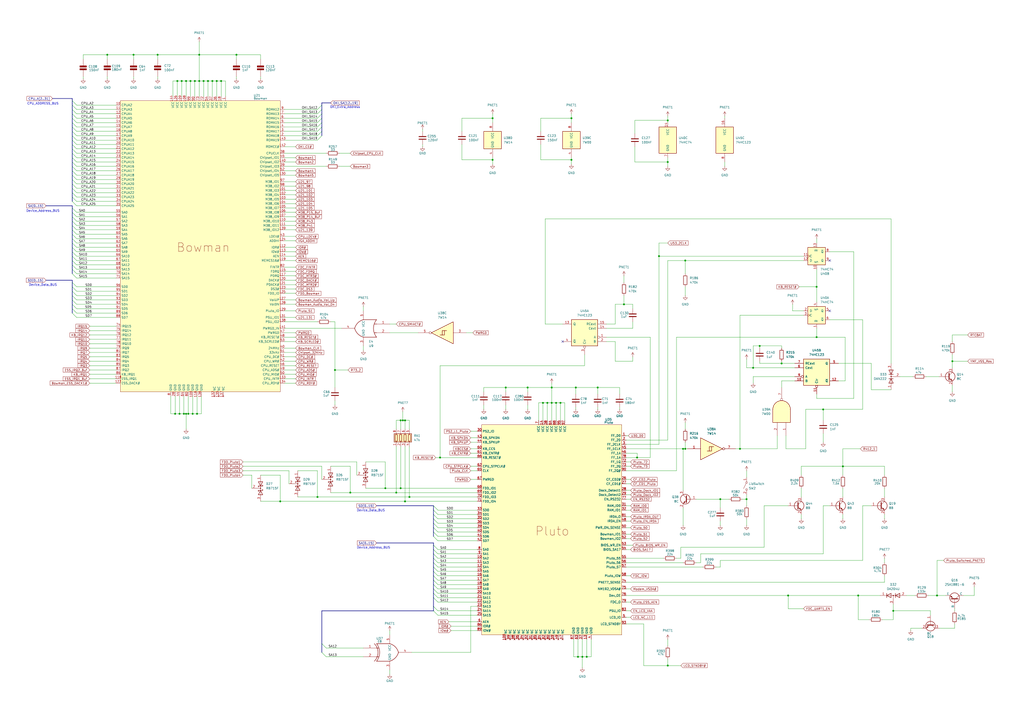
<source format=kicad_sch>
(kicad_sch (version 20250114) (generator "eeschema") (generator_version "9.0")
  (paper "A2")
  (title_block (title "PC110") (company "Recreated by: Ahmad Byagowi"))
  (text "OKI_Extra_Address" (at 200.152 62.23 0) (effects (font (size 1.27 1.27))))
  (text "CPU_ADDRESS_BUS" (at 24.892 60.198 0) (effects (font (size 1.27 1.27))))
  (text "Device_Data_BUS" (at 215.138 296.164 0) (effects (font (size 1.27 1.27))))
  (text "Device_Data_BUS" (at 24.892 165.354 0) (effects (font (size 1.27 1.27))))
  (text "Device_Address_BUS" (at 216.662 317.754 0) (effects (font (size 1.27 1.27))))
  (text "Device_Address_BUS" (at 24.892 122.428 0) (effects (font (size 1.27 1.27))))
  (junction (at 101.6 240.03))
  (junction (at 203.2 285.75))
  (junction (at 137.16 31.75))
  (junction (at 453.39 210.82))
  (junction (at 105.41 46.99))
  (junction (at 62.23 31.75))
  (junction (at 436.88 213.36))
  (junction (at 369.57 265.43))
  (junction (at 232.41 243.84))
  (junction (at 107.95 46.99))
  (junction (at 306.07 224.79))
  (junction (at 488.95 270.51))
  (junction (at 115.57 46.99))
  (junction (at 120.65 46.99))
  (junction (at 382.27 148.59))
  (junction (at 128.27 46.99))
  (junction (at 477.52 237.49))
  (junction (at 396.24 260.35))
  (junction (at 229.87 285.75))
  (junction (at 106.68 240.03))
  (junction (at 320.04 224.79))
  (junction (at 232.41 283.21))
  (junction (at 317.5 233.68))
  (junction (at 397.51 260.35))
  (junction (at 118.11 46.99))
  (junction (at 387.35 386.08))
  (junction (at 331.47 68.58))
  (junction (at 104.14 240.03))
  (junction (at 473.71 195.58))
  (junction (at 234.95 290.83))
  (junction (at 285.75 68.58))
  (junction (at 285.75 92.71))
  (junction (at 440.69 200.66))
  (junction (at 123.19 46.99))
  (junction (at 293.37 224.79))
  (junction (at 234.95 243.84))
  (junction (at 457.2 345.44))
  (junction (at 497.84 345.44))
  (junction (at 387.35 93.98))
  (junction (at 397.51 151.13))
  (junction (at 125.73 46.99))
  (junction (at 433.07 289.56))
  (junction (at 337.82 381))
  (junction (at 77.47 31.75))
  (junction (at 111.76 240.03))
  (junction (at 109.22 240.03))
  (junction (at 552.45 209.55))
  (junction (at 91.44 31.75))
  (junction (at 429.26 260.35))
  (junction (at 223.52 283.21))
  (junction (at 335.28 381))
  (junction (at 346.71 224.79))
  (junction (at 255.27 265.43))
  (junction (at 107.95 240.03))
  (junction (at 184.15 288.29))
  (junction (at 102.87 46.99))
  (junction (at 115.57 31.75))
  (junction (at 361.95 176.53))
  (junction (at 340.36 381))
  (junction (at 320.04 233.68))
  (junction (at 113.03 46.99))
  (junction (at 473.71 166.37))
  (junction (at 114.3 240.03))
  (junction (at 325.12 233.68))
  (junction (at 543.56 345.44))
  (junction (at 237.49 288.29))
  (junction (at 334.01 224.79))
  (junction (at 417.83 289.56))
  (junction (at 110.49 46.99))
  (junction (at 518.16 354.33))
  (junction (at 233.68 243.84))
  (junction (at 331.47 92.71))
  (junction (at 314.96 233.68))
  (junction (at 387.35 69.85))
  (junction (at 162.56 290.83))
  (junction (at 194.31 214.63))
  (junction (at 322.58 233.68))
  (no_connect (at 481.33 180.34))
  (no_connect (at 481.33 151.13))
  (no_connect (at 326.39 198.12))
  (bus_entry (at 186.69 71.12) (size -2.54 2.54))
  (bus_entry (at 41.91 71.12) (size 2.54 2.54))
  (bus_entry (at 41.91 111.76) (size 2.54 2.54))
  (bus_entry (at 41.91 148.59) (size 2.54 2.54))
  (bus_entry (at 251.46 323.85) (size 2.54 2.54))
  (bus_entry (at 41.91 128.27) (size 2.54 2.54))
  (bus_entry (at 41.91 176.53) (size 2.54 2.54))
  (bus_entry (at 41.91 76.2) (size 2.54 2.54))
  (bus_entry (at 251.46 316.23) (size 2.54 2.54))
  (bus_entry (at 41.91 73.66) (size 2.54 2.54))
  (bus_entry (at 251.46 339.09) (size 2.54 2.54))
  (bus_entry (at 41.91 96.52) (size 2.54 2.54))
  (bus_entry (at 251.46 331.47) (size 2.54 2.54))
  (bus_entry (at 41.91 93.98) (size 2.54 2.54))
  (bus_entry (at 41.91 83.82) (size 2.54 2.54))
  (bus_entry (at 251.46 306.07) (size 2.54 2.54))
  (bus_entry (at 41.91 143.51) (size 2.54 2.54))
  (bus_entry (at 41.91 114.3) (size 2.54 2.54))
  (bus_entry (at 41.91 58.42) (size 2.54 2.54))
  (bus_entry (at 251.46 341.63) (size 2.54 2.54))
  (bus_entry (at 186.69 76.2) (size -2.54 2.54))
  (bus_entry (at 41.91 130.81) (size 2.54 2.54))
  (bus_entry (at 186.69 73.66) (size -2.54 2.54))
  (bus_entry (at 41.91 123.19) (size 2.54 2.54))
  (bus_entry (at 41.91 168.91) (size 2.54 2.54))
  (bus_entry (at 251.46 336.55) (size 2.54 2.54))
  (bus_entry (at 186.69 373.38) (size 2.54 2.54))
  (bus_entry (at 41.91 151.13) (size 2.54 2.54))
  (bus_entry (at 41.91 66.04) (size 2.54 2.54))
  (bus_entry (at 186.69 78.74) (size -2.54 2.54))
  (bus_entry (at 41.91 116.84) (size 2.54 2.54))
  (bus_entry (at 186.69 60.96) (size -2.54 2.54))
  (bus_entry (at 251.46 295.91) (size 2.54 2.54))
  (bus_entry (at 41.91 81.28) (size 2.54 2.54))
  (bus_entry (at 41.91 86.36) (size 2.54 2.54))
  (bus_entry (at 251.46 308.61) (size 2.54 2.54))
  (bus_entry (at 251.46 344.17) (size 2.54 2.54))
  (bus_entry (at 251.46 311.15) (size 2.54 2.54))
  (bus_entry (at 251.46 326.39) (size 2.54 2.54))
  (bus_entry (at 41.91 99.06) (size 2.54 2.54))
  (bus_entry (at 251.46 334.01) (size 2.54 2.54))
  (bus_entry (at 41.91 153.67) (size 2.54 2.54))
  (bus_entry (at 41.91 109.22) (size 2.54 2.54))
  (bus_entry (at 251.46 303.53) (size 2.54 2.54))
  (bus_entry (at 41.91 163.83) (size 2.54 2.54))
  (bus_entry (at 186.69 63.5) (size -2.54 2.54))
  (bus_entry (at 41.91 60.96) (size 2.54 2.54))
  (bus_entry (at 186.69 68.58) (size -2.54 2.54))
  (bus_entry (at 41.91 138.43) (size 2.54 2.54))
  (bus_entry (at 41.91 181.61) (size 2.54 2.54))
  (bus_entry (at 41.91 171.45) (size 2.54 2.54))
  (bus_entry (at 251.46 346.71) (size 2.54 2.54))
  (bus_entry (at 41.91 91.44) (size 2.54 2.54))
  (bus_entry (at 251.46 354.33) (size 2.54 2.54))
  (bus_entry (at 41.91 135.89) (size 2.54 2.54))
  (bus_entry (at 41.91 63.5) (size 2.54 2.54))
  (bus_entry (at 251.46 298.45) (size 2.54 2.54))
  (bus_entry (at 41.91 125.73) (size 2.54 2.54))
  (bus_entry (at 186.69 66.04) (size -2.54 2.54))
  (bus_entry (at 41.91 146.05) (size 2.54 2.54))
  (bus_entry (at 41.91 68.58) (size 2.54 2.54))
  (bus_entry (at 251.46 351.79) (size 2.54 2.54))
  (bus_entry (at 251.46 318.77) (size 2.54 2.54))
  (bus_entry (at 41.91 120.65) (size 2.54 2.54))
  (bus_entry (at 41.91 88.9) (size 2.54 2.54))
  (bus_entry (at 41.91 78.74) (size 2.54 2.54))
  (bus_entry (at 251.46 321.31) (size 2.54 2.54))
  (bus_entry (at 41.91 166.37) (size 2.54 2.54))
  (bus_entry (at 41.91 104.14) (size 2.54 2.54))
  (bus_entry (at 41.91 106.68) (size 2.54 2.54))
  (bus_entry (at 41.91 156.21) (size 2.54 2.54))
  (bus_entry (at 41.91 140.97) (size 2.54 2.54))
  (bus_entry (at 41.91 101.6) (size 2.54 2.54))
  (bus_entry (at 251.46 328.93) (size 2.54 2.54))
  (bus_entry (at 41.91 173.99) (size 2.54 2.54))
  (bus_entry (at 41.91 158.75) (size 2.54 2.54))
  (bus_entry (at 251.46 293.37) (size 2.54 2.54))
  (bus_entry (at 41.91 133.35) (size 2.54 2.54))
  (bus_entry (at 41.91 179.07) (size 2.54 2.54))
  (bus_entry (at 251.46 300.99) (size 2.54 2.54))
  (bus_entry (at 186.69 378.46) (size 2.54 2.54))
  (wire (pts (xy 273.05 378.46) (xy 273.05 351.79)))
  (wire (pts (xy 543.56 345.44) (xy 543.56 325.12)))
  (wire (pts (xy 273.05 270.51) (xy 276.86 270.51)))
  (wire (pts (xy 363.22 345.44) (xy 457.2 345.44)))
  (wire (pts (xy 552.45 209.55) (xy 552.45 213.36)))
  (wire (pts (xy 363.22 323.85) (xy 384.81 323.85)))
  (wire (pts (xy 254 308.61) (xy 276.86 308.61)))
  (wire (pts (xy 436.88 213.36) (xy 461.01 213.36)))
  (wire (pts (xy 165.1 193.04) (xy 171.45 193.04)))
  (wire (pts (xy 165.1 71.12) (xy 184.15 71.12)))
  (bus (pts (xy 191.77 59.69) (xy 186.69 59.69)))
  (wire (pts (xy 473.71 231.14) (xy 495.3 231.14)))
  (wire (pts (xy 392.43 323.85) (xy 394.97 323.85)))
  (wire (pts (xy 254 334.01) (xy 276.86 334.01)))
  (wire (pts (xy 363.22 255.27) (xy 387.35 255.27)))
  (wire (pts (xy 52.07 196.85) (xy 67.31 196.85)))
  (bus (pts (xy 251.46 293.37) (xy 251.46 295.91)))
  (wire (pts (xy 44.45 123.19) (xy 67.31 123.19)))
  (wire (pts (xy 457.2 345.44) (xy 497.84 345.44)))
  (wire (pts (xy 453.39 220.98) (xy 461.01 220.98)))
  (wire (pts (xy 44.45 116.84) (xy 67.31 116.84)))
  (wire (pts (xy 162.56 290.83) (xy 234.95 290.83)))
  (wire (pts (xy 417.83 289.56) (xy 422.91 289.56)))
  (wire (pts (xy 342.9 370.84) (xy 342.9 381)))
  (wire (pts (xy 165.1 113.03) (xy 171.45 113.03)))
  (wire (pts (xy 488.95 270.51) (xy 488.95 275.59)))
  (bus (pts (xy 251.46 326.39) (xy 251.46 323.85)))
  (wire (pts (xy 110.49 46.99) (xy 110.49 55.88)))
  (wire (pts (xy 335.28 381) (xy 332.74 381)))
  (wire (pts (xy 440.69 200.66) (xy 436.88 200.66)))
  (wire (pts (xy 285.75 66.04) (xy 285.75 68.58)))
  (wire (pts (xy 260.35 360.68) (xy 276.86 360.68)))
  (bus (pts (xy 186.69 76.2) (xy 186.69 73.66)))
  (wire (pts (xy 368.3 77.47) (xy 368.3 69.85)))
  (wire (pts (xy 255.27 212.09) (xy 339.09 212.09)))
  (wire (pts (xy 104.14 240.03) (xy 101.6 240.03)))
  (wire (pts (xy 261.62 365.76) (xy 276.86 365.76)))
  (wire (pts (xy 151.13 31.75) (xy 137.16 31.75)))
  (wire (pts (xy 497.84 345.44) (xy 497.84 359.41)))
  (bus (pts (xy 41.91 143.51) (xy 41.91 140.97)))
  (wire (pts (xy 254 313.69) (xy 276.86 313.69)))
  (wire (pts (xy 429.26 182.88) (xy 429.26 260.35)))
  (wire (pts (xy 165.1 63.5) (xy 184.15 63.5)))
  (wire (pts (xy 518.16 354.33) (xy 518.16 359.41)))
  (wire (pts (xy 255.27 265.43) (xy 252.73 265.43)))
  (wire (pts (xy 62.23 45.72) (xy 62.23 44.45)))
  (wire (pts (xy 369.57 265.43) (xy 377.19 265.43)))
  (wire (pts (xy 106.68 229.87) (xy 106.68 240.03)))
  (wire (pts (xy 254 323.85) (xy 276.86 323.85)))
  (wire (pts (xy 44.45 71.12) (xy 67.31 71.12)))
  (wire (pts (xy 316.23 127) (xy 516.89 127)))
  (bus (pts (xy 186.69 60.96) (xy 186.69 59.69)))
  (wire (pts (xy 91.44 34.29) (xy 91.44 31.75)))
  (wire (pts (xy 504.19 359.41) (xy 497.84 359.41)))
  (wire (pts (xy 167.64 280.67) (xy 167.64 273.05)))
  (wire (pts (xy 165.1 180.34) (xy 171.45 180.34)))
  (wire (pts (xy 539.75 354.33) (xy 518.16 354.33)))
  (wire (pts (xy 105.41 46.99) (xy 102.87 46.99)))
  (wire (pts (xy 165.1 137.16) (xy 171.45 137.16)))
  (wire (pts (xy 270.51 193.04) (xy 274.32 193.04)))
  (wire (pts (xy 387.35 91.44) (xy 387.35 93.98)))
  (wire (pts (xy 537.21 218.44) (xy 544.83 218.44)))
  (wire (pts (xy 165.1 222.25) (xy 171.45 222.25)))
  (wire (pts (xy 52.07 209.55) (xy 67.31 209.55)))
  (wire (pts (xy 62.23 31.75) (xy 77.47 31.75)))
  (wire (pts (xy 44.45 138.43) (xy 67.31 138.43)))
  (wire (pts (xy 123.19 46.99) (xy 120.65 46.99)))
  (wire (pts (xy 397.51 166.37) (xy 397.51 171.45)))
  (bus (pts (xy 251.46 344.17) (xy 251.46 341.63)))
  (bus (pts (xy 41.91 133.35) (xy 41.91 130.81)))
  (wire (pts (xy 293.37 224.79) (xy 306.07 224.79)))
  (wire (pts (xy 406.4 321.31) (xy 477.52 321.31)))
  (bus (pts (xy 41.91 81.28) (xy 41.91 78.74)))
  (wire (pts (xy 52.07 207.01) (xy 67.31 207.01)))
  (wire (pts (xy 273.05 250.19) (xy 276.86 250.19)))
  (bus (pts (xy 41.91 83.82) (xy 41.91 81.28)))
  (wire (pts (xy 363.22 299.72) (xy 365.76 299.72)))
  (bus (pts (xy 218.44 314.96) (xy 251.46 314.96)))
  (wire (pts (xy 477.52 293.37) (xy 481.33 293.37)))
  (wire (pts (xy 44.45 128.27) (xy 67.31 128.27)))
  (wire (pts (xy 44.45 99.06) (xy 67.31 99.06)))
  (wire (pts (xy 403.86 326.39) (xy 406.4 326.39)))
  (wire (pts (xy 363.22 289.56) (xy 365.76 289.56)))
  (wire (pts (xy 254 339.09) (xy 276.86 339.09)))
  (wire (pts (xy 245.11 85.09) (xy 245.11 83.82)))
  (bus (pts (xy 251.46 331.47) (xy 251.46 328.93)))
  (wire (pts (xy 165.1 88.9) (xy 189.23 88.9)))
  (wire (pts (xy 553.72 353.06) (xy 553.72 354.33)))
  (bus (pts (xy 41.91 86.36) (xy 41.91 83.82)))
  (bus (pts (xy 41.91 163.83) (xy 41.91 166.37)))
  (bus (pts (xy 41.91 130.81) (xy 41.91 128.27)))
  (bus (pts (xy 251.46 346.71) (xy 251.46 344.17)))
  (wire (pts (xy 254 306.07) (xy 276.86 306.07)))
  (wire (pts (xy 516.89 127) (xy 516.89 210.82)))
  (bus (pts (xy 41.91 156.21) (xy 41.91 153.67)))
  (bus (pts (xy 251.46 346.71) (xy 251.46 351.79)))
  (wire (pts (xy 44.45 151.13) (xy 67.31 151.13)))
  (wire (pts (xy 430.53 289.56) (xy 433.07 289.56)))
  (wire (pts (xy 165.1 154.94) (xy 171.45 154.94)))
  (wire (pts (xy 377.19 195.58) (xy 351.79 195.58)))
  (bus (pts (xy 251.46 308.61) (xy 251.46 311.15)))
  (wire (pts (xy 48.26 45.72) (xy 48.26 44.45)))
  (wire (pts (xy 48.26 31.75) (xy 62.23 31.75)))
  (wire (pts (xy 363.22 312.42) (xy 365.76 312.42)))
  (wire (pts (xy 325.12 233.68) (xy 325.12 243.84)))
  (wire (pts (xy 237.49 243.84) (xy 234.95 243.84)))
  (wire (pts (xy 544.83 364.49) (xy 553.72 364.49)))
  (wire (pts (xy 44.45 73.66) (xy 67.31 73.66)))
  (wire (pts (xy 433.07 287.02) (xy 433.07 289.56)))
  (wire (pts (xy 44.45 93.98) (xy 67.31 93.98)))
  (wire (pts (xy 488.95 270.51) (xy 488.95 260.35)))
  (wire (pts (xy 165.1 148.59) (xy 171.45 148.59)))
  (wire (pts (xy 464.82 283.21) (xy 464.82 288.29)))
  (wire (pts (xy 44.45 130.81) (xy 67.31 130.81)))
  (bus (pts (xy 186.69 73.66) (xy 186.69 71.12)))
  (wire (pts (xy 165.1 207.01) (xy 171.45 207.01)))
  (wire (pts (xy 184.15 288.29) (xy 237.49 288.29)))
  (wire (pts (xy 273.05 278.13) (xy 276.86 278.13)))
  (wire (pts (xy 488.95 288.29) (xy 488.95 283.21)))
  (wire (pts (xy 426.72 260.35) (xy 429.26 260.35)))
  (wire (pts (xy 273.05 254) (xy 276.86 254)))
  (wire (pts (xy 363.22 280.67) (xy 365.76 280.67)))
  (wire (pts (xy 165.1 101.6) (xy 171.45 101.6)))
  (wire (pts (xy 466.09 180.34) (xy 459.74 180.34)))
  (wire (pts (xy 488.95 300.99) (xy 488.95 298.45)))
  (wire (pts (xy 293.37 227.33) (xy 293.37 224.79)))
  (wire (pts (xy 184.15 273.05) (xy 172.72 273.05)))
  (wire (pts (xy 165.1 212.09) (xy 171.45 212.09)))
  (bus (pts (xy 41.91 111.76) (xy 41.91 109.22)))
  (wire (pts (xy 327.66 243.84) (xy 327.66 233.68)))
  (wire (pts (xy 538.48 345.44) (xy 543.56 345.44)))
  (wire (pts (xy 101.6 229.87) (xy 101.6 240.03)))
  (wire (pts (xy 464.82 300.99) (xy 464.82 298.45)))
  (wire (pts (xy 440.69 210.82) (xy 440.69 209.55)))
  (wire (pts (xy 165.1 105.41) (xy 171.45 105.41)))
  (wire (pts (xy 363.22 349.25) (xy 365.76 349.25)))
  (wire (pts (xy 226.06 391.16) (xy 226.06 388.62)))
  (wire (pts (xy 363.22 328.93) (xy 407.67 328.93)))
  (wire (pts (xy 146.05 283.21) (xy 146.05 275.59)))
  (wire (pts (xy 337.82 381) (xy 340.36 381)))
  (bus (pts (xy 41.91 158.75) (xy 41.91 156.21)))
  (bus (pts (xy 41.91 106.68) (xy 41.91 104.14)))
  (wire (pts (xy 52.07 191.77) (xy 67.31 191.77)))
  (wire (pts (xy 363.22 358.14) (xy 365.76 358.14)))
  (wire (pts (xy 114.3 240.03) (xy 111.76 240.03)))
  (bus (pts (xy 41.91 101.6) (xy 41.91 99.06)))
  (wire (pts (xy 453.39 200.66) (xy 440.69 200.66)))
  (wire (pts (xy 306.07 234.95) (xy 306.07 237.49)))
  (bus (pts (xy 41.91 128.27) (xy 41.91 125.73)))
  (wire (pts (xy 285.75 92.71) (xy 285.75 95.25)))
  (wire (pts (xy 280.67 224.79) (xy 293.37 224.79)))
  (wire (pts (xy 140.97 273.05) (xy 167.64 273.05)))
  (wire (pts (xy 165.1 214.63) (xy 171.45 214.63)))
  (wire (pts (xy 500.38 293.37) (xy 505.46 293.37)))
  (wire (pts (xy 397.51 260.35) (xy 398.78 260.35)))
  (bus (pts (xy 251.46 298.45) (xy 251.46 300.99)))
  (wire (pts (xy 203.2 285.75) (xy 229.87 285.75)))
  (bus (pts (xy 41.91 168.91) (xy 41.91 171.45)))
  (wire (pts (xy 44.45 173.99) (xy 67.31 173.99)))
  (wire (pts (xy 488.95 270.51) (xy 513.08 270.51)))
  (wire (pts (xy 565.15 345.44) (xy 558.8 345.44)))
  (wire (pts (xy 226.06 193.04) (xy 242.57 193.04)))
  (wire (pts (xy 415.29 328.93) (xy 417.83 328.93)))
  (wire (pts (xy 223.52 267.97) (xy 212.09 267.97)))
  (wire (pts (xy 382.27 148.59) (xy 466.09 148.59)))
  (wire (pts (xy 346.71 237.49) (xy 346.71 236.22)))
  (bus (pts (xy 41.91 114.3) (xy 41.91 111.76)))
  (wire (pts (xy 369.57 262.89) (xy 369.57 265.43)))
  (wire (pts (xy 52.07 222.25) (xy 67.31 222.25)))
  (wire (pts (xy 165.1 162.56) (xy 171.45 162.56)))
  (wire (pts (xy 440.69 200.66) (xy 440.69 201.93)))
  (wire (pts (xy 340.36 381) (xy 342.9 381)))
  (wire (pts (xy 116.84 240.03) (xy 114.3 240.03)))
  (bus (pts (xy 41.91 99.06) (xy 41.91 96.52)))
  (wire (pts (xy 403.86 289.56) (xy 417.83 289.56)))
  (wire (pts (xy 334.01 237.49) (xy 334.01 236.22)))
  (wire (pts (xy 255.27 212.09) (xy 255.27 265.43)))
  (wire (pts (xy 165.1 143.51) (xy 171.45 143.51)))
  (wire (pts (xy 207.01 267.97) (xy 207.01 275.59)))
  (bus (pts (xy 251.46 328.93) (xy 251.46 326.39)))
  (wire (pts (xy 440.69 210.82) (xy 453.39 210.82)))
  (wire (pts (xy 261.62 363.22) (xy 276.86 363.22)))
  (wire (pts (xy 433.07 289.56) (xy 433.07 293.37)))
  (wire (pts (xy 317.5 233.68) (xy 317.5 243.84)))
  (wire (pts (xy 165.1 186.69) (xy 184.15 186.69)))
  (bus (pts (xy 41.91 109.22) (xy 41.91 106.68)))
  (wire (pts (xy 44.45 109.22) (xy 67.31 109.22)))
  (wire (pts (xy 363.22 278.13) (xy 365.76 278.13)))
  (wire (pts (xy 113.03 46.99) (xy 110.49 46.99)))
  (wire (pts (xy 223.52 283.21) (xy 223.52 267.97)))
  (bus (pts (xy 186.69 373.38) (xy 186.69 378.46)))
  (wire (pts (xy 382.27 257.81) (xy 382.27 148.59)))
  (wire (pts (xy 109.22 240.03) (xy 107.95 240.03)))
  (wire (pts (xy 367.03 207.01) (xy 367.03 209.55)))
  (wire (pts (xy 165.1 160.02) (xy 171.45 160.02)))
  (wire (pts (xy 334.01 224.79) (xy 334.01 228.6)))
  (wire (pts (xy 254 303.53) (xy 276.86 303.53)))
  (wire (pts (xy 368.3 93.98) (xy 387.35 93.98)))
  (bus (pts (xy 186.69 71.12) (xy 186.69 68.58)))
  (wire (pts (xy 162.56 290.83) (xy 162.56 275.59)))
  (wire (pts (xy 453.39 224.79) (xy 453.39 220.98)))
  (wire (pts (xy 115.57 46.99) (xy 115.57 55.88)))
  (bus (pts (xy 41.91 116.84) (xy 41.91 114.3)))
  (wire (pts (xy 477.52 237.49) (xy 500.38 237.49)))
  (wire (pts (xy 191.77 285.75) (xy 203.2 285.75)))
  (bus (pts (xy 41.91 179.07) (xy 41.91 181.61)))
  (wire (pts (xy 363.22 337.82) (xy 513.08 337.82)))
  (wire (pts (xy 417.83 302.26) (xy 417.83 304.8)))
  (wire (pts (xy 151.13 290.83) (xy 162.56 290.83)))
  (wire (pts (xy 387.35 69.85) (xy 387.35 71.12)))
  (wire (pts (xy 314.96 233.68) (xy 312.42 233.68)))
  (wire (pts (xy 186.69 278.13) (xy 186.69 270.51)))
  (wire (pts (xy 165.1 170.18) (xy 171.45 170.18)))
  (wire (pts (xy 363.22 309.88) (xy 365.76 309.88)))
  (wire (pts (xy 44.45 184.15) (xy 67.31 184.15)))
  (wire (pts (xy 477.52 321.31) (xy 477.52 293.37)))
  (wire (pts (xy 457.2 353.06) (xy 457.2 345.44)))
  (wire (pts (xy 165.1 176.53) (xy 171.45 176.53)))
  (wire (pts (xy 518.16 350.52) (xy 518.16 354.33)))
  (wire (pts (xy 529.59 218.44) (xy 521.97 218.44)))
  (wire (pts (xy 52.07 201.93) (xy 67.31 201.93)))
  (wire (pts (xy 165.1 93.98) (xy 171.45 93.98)))
  (wire (pts (xy 387.35 370.84) (xy 387.35 374.65)))
  (bus (pts (xy 41.91 166.37) (xy 41.91 168.91)))
  (wire (pts (xy 44.45 88.9) (xy 67.31 88.9)))
  (wire (pts (xy 44.45 179.07) (xy 67.31 179.07)))
  (wire (pts (xy 171.45 184.15) (xy 165.1 184.15)))
  (wire (pts (xy 52.07 194.31) (xy 67.31 194.31)))
  (wire (pts (xy 44.45 66.04) (xy 67.31 66.04)))
  (wire (pts (xy 107.95 240.03) (xy 107.95 248.92)))
  (wire (pts (xy 151.13 34.29) (xy 151.13 31.75)))
  (wire (pts (xy 453.39 209.55) (xy 453.39 210.82)))
  (bus (pts (xy 251.46 336.55) (xy 251.46 334.01)))
  (wire (pts (xy 165.1 125.73) (xy 171.45 125.73)))
  (wire (pts (xy 234.95 243.84) (xy 233.68 243.84)))
  (wire (pts (xy 102.87 46.99) (xy 102.87 55.88)))
  (bus (pts (xy 41.91 140.97) (xy 41.91 138.43)))
  (wire (pts (xy 397.51 151.13) (xy 397.51 158.75)))
  (wire (pts (xy 420.37 67.31) (xy 420.37 68.58)))
  (wire (pts (xy 397.51 151.13) (xy 466.09 151.13)))
  (wire (pts (xy 229.87 285.75) (xy 276.86 285.75)))
  (bus (pts (xy 41.91 153.67) (xy 41.91 151.13)))
  (wire (pts (xy 77.47 34.29) (xy 77.47 31.75)))
  (bus (pts (xy 26.67 119.38) (xy 41.91 119.38)))
  (wire (pts (xy 254 346.71) (xy 276.86 346.71)))
  (wire (pts (xy 477.52 251.46) (xy 477.52 256.54)))
  (bus (pts (xy 41.91 123.19) (xy 41.91 120.65)))
  (wire (pts (xy 397.51 245.11) (xy 397.51 248.92)))
  (wire (pts (xy 361.95 171.45) (xy 361.95 176.53)))
  (wire (pts (xy 101.6 240.03) (xy 99.06 240.03)))
  (wire (pts (xy 109.22 229.87) (xy 109.22 240.03)))
  (wire (pts (xy 184.15 288.29) (xy 184.15 273.05)))
  (wire (pts (xy 165.1 78.74) (xy 184.15 78.74)))
  (wire (pts (xy 473.71 228.6) (xy 473.71 231.14)))
  (wire (pts (xy 203.2 270.51) (xy 191.77 270.51)))
  (wire (pts (xy 367.03 190.5) (xy 367.03 186.69)))
  (bus (pts (xy 30.48 57.15) (xy 41.91 57.15)))
  (wire (pts (xy 351.79 190.5) (xy 367.03 190.5)))
  (bus (pts (xy 41.91 176.53) (xy 41.91 179.07)))
  (wire (pts (xy 361.95 176.53) (xy 367.03 176.53)))
  (wire (pts (xy 417.83 325.12) (xy 500.38 325.12)))
  (wire (pts (xy 387.35 255.27) (xy 387.35 151.13)))
  (bus (pts (xy 41.91 148.59) (xy 41.91 146.05)))
  (wire (pts (xy 52.07 214.63) (xy 67.31 214.63)))
  (wire (pts (xy 392.43 273.05) (xy 392.43 195.58)))
  (wire (pts (xy 189.23 381) (xy 210.82 381)))
  (bus (pts (xy 251.46 354.33) (xy 251.46 351.79)))
  (wire (pts (xy 44.45 181.61) (xy 67.31 181.61)))
  (wire (pts (xy 255.27 265.43) (xy 276.86 265.43)))
  (wire (pts (xy 356.87 209.55) (xy 356.87 198.12)))
  (wire (pts (xy 368.3 69.85) (xy 387.35 69.85)))
  (wire (pts (xy 513.08 270.51) (xy 513.08 275.59)))
  (wire (pts (xy 359.41 224.79) (xy 359.41 228.6)))
  (wire (pts (xy 356.87 187.96) (xy 356.87 176.53)))
  (wire (pts (xy 254 354.33) (xy 276.86 354.33)))
  (wire (pts (xy 361.95 160.02) (xy 361.95 163.83)))
  (wire (pts (xy 473.71 156.21) (xy 473.71 166.37)))
  (wire (pts (xy 254 349.25) (xy 276.86 349.25)))
  (wire (pts (xy 229.87 259.08) (xy 229.87 285.75)))
  (wire (pts (xy 513.08 334.01) (xy 513.08 337.82)))
  (bus (pts (xy 41.91 71.12) (xy 41.91 68.58)))
  (wire (pts (xy 233.68 243.84) (xy 232.41 243.84)))
  (wire (pts (xy 359.41 237.49) (xy 359.41 236.22)))
  (wire (pts (xy 267.97 92.71) (xy 267.97 83.82)))
  (wire (pts (xy 387.35 67.31) (xy 387.35 69.85)))
  (bus (pts (xy 41.91 63.5) (xy 41.91 60.96)))
  (wire (pts (xy 473.71 195.58) (xy 473.71 190.5)))
  (wire (pts (xy 165.1 195.58) (xy 171.45 195.58)))
  (wire (pts (xy 363.22 318.77) (xy 365.76 318.77)))
  (wire (pts (xy 120.65 46.99) (xy 120.65 55.88)))
  (bus (pts (xy 26.67 162.56) (xy 41.91 162.56)))
  (bus (pts (xy 251.46 306.07) (xy 251.46 308.61)))
  (wire (pts (xy 273.05 260.35) (xy 276.86 260.35)))
  (wire (pts (xy 125.73 46.99) (xy 123.19 46.99)))
  (wire (pts (xy 104.14 229.87) (xy 104.14 240.03)))
  (wire (pts (xy 490.22 195.58) (xy 473.71 195.58)))
  (wire (pts (xy 387.35 151.13) (xy 397.51 151.13)))
  (wire (pts (xy 464.82 270.51) (xy 488.95 270.51)))
  (wire (pts (xy 363.22 252.73) (xy 364.49 252.73)))
  (bus (pts (xy 41.91 138.43) (xy 41.91 135.89)))
  (wire (pts (xy 486.41 220.98) (xy 490.22 220.98)))
  (wire (pts (xy 314.96 233.68) (xy 314.96 243.84)))
  (wire (pts (xy 203.2 285.75) (xy 203.2 270.51)))
  (wire (pts (xy 453.39 201.93) (xy 453.39 200.66)))
  (wire (pts (xy 229.87 243.84) (xy 229.87 248.92)))
  (wire (pts (xy 340.36 370.84) (xy 340.36 381)))
  (wire (pts (xy 137.16 45.72) (xy 137.16 44.45)))
  (wire (pts (xy 165.1 133.35) (xy 171.45 133.35)))
  (bus (pts (xy 186.69 354.33) (xy 251.46 354.33)))
  (wire (pts (xy 107.95 240.03) (xy 106.68 240.03)))
  (wire (pts (xy 331.47 66.04) (xy 331.47 68.58)))
  (wire (pts (xy 363.22 287.02) (xy 365.76 287.02)))
  (wire (pts (xy 322.58 233.68) (xy 320.04 233.68)))
  (wire (pts (xy 165.1 107.95) (xy 171.45 107.95)))
  (wire (pts (xy 417.83 294.64) (xy 417.83 289.56)))
  (bus (pts (xy 41.91 162.56) (xy 41.91 163.83)))
  (wire (pts (xy 473.71 166.37) (xy 473.71 175.26)))
  (wire (pts (xy 165.1 219.71) (xy 171.45 219.71)))
  (bus (pts (xy 41.91 68.58) (xy 41.91 66.04)))
  (wire (pts (xy 467.36 237.49) (xy 477.52 237.49)))
  (wire (pts (xy 165.1 120.65) (xy 171.45 120.65)))
  (wire (pts (xy 337.82 381) (xy 335.28 381)))
  (wire (pts (xy 165.1 118.11) (xy 171.45 118.11)))
  (bus (pts (xy 41.91 146.05) (xy 41.91 143.51)))
  (wire (pts (xy 115.57 31.75) (xy 115.57 46.99)))
  (wire (pts (xy 473.71 138.43) (xy 473.71 140.97)))
  (wire (pts (xy 363.22 257.81) (xy 382.27 257.81)))
  (wire (pts (xy 513.08 283.21) (xy 513.08 288.29)))
  (wire (pts (xy 280.67 227.33) (xy 280.67 224.79)))
  (wire (pts (xy 331.47 91.44) (xy 331.47 92.71)))
  (wire (pts (xy 254 298.45) (xy 276.86 298.45)))
  (wire (pts (xy 363.22 262.89) (xy 369.57 262.89)))
  (wire (pts (xy 137.16 34.29) (xy 137.16 31.75)))
  (wire (pts (xy 44.45 63.5) (xy 67.31 63.5)))
  (wire (pts (xy 420.37 93.98) (xy 420.37 96.52)))
  (bus (pts (xy 251.46 300.99) (xy 251.46 303.53)))
  (wire (pts (xy 48.26 34.29) (xy 48.26 31.75)))
  (wire (pts (xy 363.22 270.51) (xy 365.76 270.51)))
  (wire (pts (xy 237.49 288.29) (xy 276.86 288.29)))
  (wire (pts (xy 44.45 171.45) (xy 67.31 171.45)))
  (wire (pts (xy 436.88 218.44) (xy 436.88 222.25)))
  (wire (pts (xy 128.27 46.99) (xy 125.73 46.99)))
  (wire (pts (xy 212.09 283.21) (xy 223.52 283.21)))
  (wire (pts (xy 44.45 106.68) (xy 67.31 106.68)))
  (wire (pts (xy 363.22 267.97) (xy 365.76 267.97)))
  (wire (pts (xy 44.45 156.21) (xy 67.31 156.21)))
  (wire (pts (xy 394.97 317.5) (xy 443.23 317.5)))
  (wire (pts (xy 331.47 68.58) (xy 313.69 68.58)))
  (wire (pts (xy 267.97 68.58) (xy 267.97 76.2)))
  (wire (pts (xy 137.16 31.75) (xy 115.57 31.75)))
  (wire (pts (xy 306.07 224.79) (xy 306.07 227.33)))
  (wire (pts (xy 313.69 68.58) (xy 313.69 76.2)))
  (wire (pts (xy 44.45 153.67) (xy 67.31 153.67)))
  (wire (pts (xy 100.33 46.99) (xy 100.33 55.88)))
  (wire (pts (xy 114.3 229.87) (xy 114.3 240.03)))
  (wire (pts (xy 363.22 260.35) (xy 396.24 260.35)))
  (wire (pts (xy 500.38 185.42) (xy 500.38 237.49)))
  (wire (pts (xy 210.82 177.8) (xy 210.82 180.34)))
  (wire (pts (xy 273.05 262.89) (xy 276.86 262.89)))
  (bus (pts (xy 41.91 96.52) (xy 41.91 93.98)))
  (wire (pts (xy 44.45 60.96) (xy 67.31 60.96)))
  (wire (pts (xy 495.3 231.14) (xy 495.3 146.05)))
  (wire (pts (xy 52.07 204.47) (xy 67.31 204.47)))
  (wire (pts (xy 433.07 213.36) (xy 436.88 213.36)))
  (wire (pts (xy 306.07 224.79) (xy 320.04 224.79)))
  (wire (pts (xy 553.72 364.49) (xy 553.72 361.95)))
  (wire (pts (xy 273.05 351.79) (xy 276.86 351.79)))
  (wire (pts (xy 392.43 195.58) (xy 473.71 195.58)))
  (wire (pts (xy 44.45 83.82) (xy 67.31 83.82)))
  (wire (pts (xy 107.95 46.99) (xy 105.41 46.99)))
  (wire (pts (xy 125.73 46.99) (xy 125.73 55.88)))
  (bus (pts (xy 251.46 318.77) (xy 251.46 316.23)))
  (wire (pts (xy 107.95 46.99) (xy 107.95 55.88)))
  (wire (pts (xy 497.84 345.44) (xy 510.54 345.44)))
  (wire (pts (xy 254 336.55) (xy 276.86 336.55)))
  (wire (pts (xy 552.45 198.12) (xy 552.45 194.31)))
  (wire (pts (xy 397.51 256.54) (xy 397.51 260.35)))
  (wire (pts (xy 331.47 92.71) (xy 331.47 95.25)))
  (wire (pts (xy 165.1 173.99) (xy 171.45 173.99)))
  (wire (pts (xy 254 344.17) (xy 276.86 344.17)))
  (wire (pts (xy 165.1 85.09) (xy 171.45 85.09)))
  (bus (pts (xy 186.69 78.74) (xy 186.69 76.2)))
  (wire (pts (xy 254 328.93) (xy 276.86 328.93)))
  (wire (pts (xy 481.33 185.42) (xy 500.38 185.42)))
  (wire (pts (xy 363.22 273.05) (xy 392.43 273.05)))
  (wire (pts (xy 165.1 165.1) (xy 171.45 165.1)))
  (wire (pts (xy 363.22 361.95) (xy 373.38 361.95)))
  (wire (pts (xy 273.05 256.54) (xy 276.86 256.54)))
  (bus (pts (xy 41.91 78.74) (xy 41.91 76.2)))
  (wire (pts (xy 450.85 252.73) (xy 450.85 260.35)))
  (wire (pts (xy 317.5 233.68) (xy 314.96 233.68)))
  (wire (pts (xy 237.49 248.92) (xy 237.49 243.84)))
  (wire (pts (xy 44.45 158.75) (xy 67.31 158.75)))
  (wire (pts (xy 511.81 359.41) (xy 518.16 359.41)))
  (wire (pts (xy 373.38 386.08) (xy 387.35 386.08)))
  (bus (pts (xy 41.91 125.73) (xy 41.91 123.19)))
  (wire (pts (xy 459.74 180.34) (xy 459.74 176.53)))
  (wire (pts (xy 325.12 233.68) (xy 322.58 233.68)))
  (wire (pts (xy 165.1 66.04) (xy 184.15 66.04)))
  (wire (pts (xy 396.24 294.64) (xy 396.24 304.8)))
  (wire (pts (xy 91.44 31.75) (xy 115.57 31.75)))
  (wire (pts (xy 254 341.63) (xy 276.86 341.63)))
  (wire (pts (xy 44.45 148.59) (xy 67.31 148.59)))
  (bus (pts (xy 41.91 171.45) (xy 41.91 173.99)))
  (wire (pts (xy 356.87 176.53) (xy 361.95 176.53)))
  (wire (pts (xy 120.65 46.99) (xy 118.11 46.99)))
  (wire (pts (xy 234.95 243.84) (xy 234.95 248.92)))
  (wire (pts (xy 367.03 209.55) (xy 356.87 209.55)))
  (wire (pts (xy 165.1 157.48) (xy 171.45 157.48)))
  (wire (pts (xy 417.83 328.93) (xy 417.83 325.12)))
  (wire (pts (xy 443.23 317.5) (xy 443.23 293.37)))
  (wire (pts (xy 363.22 265.43) (xy 369.57 265.43)))
  (wire (pts (xy 382.27 148.59) (xy 382.27 140.97)))
  (wire (pts (xy 140.97 275.59) (xy 146.05 275.59)))
  (wire (pts (xy 433.07 300.99) (xy 433.07 304.8)))
  (wire (pts (xy 115.57 46.99) (xy 113.03 46.99)))
  (wire (pts (xy 110.49 46.99) (xy 107.95 46.99)))
  (wire (pts (xy 118.11 46.99) (xy 115.57 46.99)))
  (wire (pts (xy 273.05 273.05) (xy 276.86 273.05)))
  (wire (pts (xy 455.93 252.73) (xy 455.93 260.35)))
  (bus (pts (xy 251.46 341.63) (xy 251.46 339.09)))
  (wire (pts (xy 320.04 222.25) (xy 320.04 224.79)))
  (wire (pts (xy 464.82 275.59) (xy 464.82 270.51)))
  (bus (pts (xy 41.91 135.89) (xy 41.91 133.35)))
  (bus (pts (xy 41.91 93.98) (xy 41.91 91.44)))
  (bus (pts (xy 186.69 68.58) (xy 186.69 66.04)))
  (wire (pts (xy 140.97 270.51) (xy 186.69 270.51)))
  (wire (pts (xy 234.95 259.08) (xy 234.95 290.83)))
  (wire (pts (xy 189.23 375.92) (xy 210.82 375.92)))
  (wire (pts (xy 322.58 233.68) (xy 322.58 243.84)))
  (wire (pts (xy 52.07 189.23) (xy 67.31 189.23)))
  (wire (pts (xy 254 326.39) (xy 276.86 326.39)))
  (wire (pts (xy 313.69 92.71) (xy 313.69 83.82)))
  (wire (pts (xy 351.79 187.96) (xy 356.87 187.96)))
  (wire (pts (xy 165.1 115.57) (xy 171.45 115.57)))
  (wire (pts (xy 165.1 96.52) (xy 189.23 96.52)))
  (wire (pts (xy 115.57 24.13) (xy 115.57 31.75)))
  (wire (pts (xy 165.1 190.5) (xy 198.12 190.5)))
  (wire (pts (xy 52.07 219.71) (xy 67.31 219.71)))
  (wire (pts (xy 44.45 111.76) (xy 67.31 111.76)))
  (wire (pts (xy 226.06 187.96) (xy 229.87 187.96)))
  (wire (pts (xy 433.07 273.05) (xy 433.07 276.86)))
  (wire (pts (xy 130.81 55.88) (xy 130.81 46.99)))
  (wire (pts (xy 254 300.99) (xy 276.86 300.99)))
  (wire (pts (xy 237.49 259.08) (xy 237.49 288.29)))
  (wire (pts (xy 232.41 283.21) (xy 276.86 283.21)))
  (wire (pts (xy 245.11 74.93) (xy 245.11 76.2)))
  (wire (pts (xy 356.87 198.12) (xy 351.79 198.12)))
  (wire (pts (xy 165.1 68.58) (xy 184.15 68.58)))
  (wire (pts (xy 316.23 187.96) (xy 316.23 127)))
  (wire (pts (xy 99.06 240.03) (xy 99.06 229.87)))
  (wire (pts (xy 77.47 45.72) (xy 77.47 44.45)))
  (wire (pts (xy 232.41 243.84) (xy 229.87 243.84)))
  (wire (pts (xy 534.67 364.49) (xy 528.32 364.49)))
  (wire (pts (xy 194.31 186.69) (xy 191.77 186.69)))
  (wire (pts (xy 461.01 218.44) (xy 436.88 218.44)))
  (wire (pts (xy 238.76 378.46) (xy 273.05 378.46)))
  (wire (pts (xy 387.35 382.27) (xy 387.35 386.08)))
  (bus (pts (xy 41.91 173.99) (xy 41.91 176.53)))
  (wire (pts (xy 151.13 45.72) (xy 151.13 44.45)))
  (wire (pts (xy 285.75 68.58) (xy 267.97 68.58)))
  (wire (pts (xy 128.27 46.99) (xy 128.27 55.88)))
  (wire (pts (xy 335.28 370.84) (xy 335.28 381)))
  (wire (pts (xy 226.06 365.76) (xy 226.06 368.3)))
  (wire (pts (xy 254 321.31) (xy 276.86 321.31)))
  (wire (pts (xy 359.41 224.79) (xy 346.71 224.79)))
  (wire (pts (xy 463.55 166.37) (xy 473.71 166.37)))
  (wire (pts (xy 44.45 76.2) (xy 67.31 76.2)))
  (wire (pts (xy 106.68 240.03) (xy 104.14 240.03)))
  (bus (pts (xy 41.91 60.96) (xy 41.91 58.42)))
  (wire (pts (xy 368.3 85.09) (xy 368.3 93.98)))
  (wire (pts (xy 513.08 323.85) (xy 513.08 326.39)))
  (wire (pts (xy 44.45 143.51) (xy 67.31 143.51)))
  (wire (pts (xy 52.07 217.17) (xy 67.31 217.17)))
  (wire (pts (xy 44.45 125.73) (xy 67.31 125.73)))
  (wire (pts (xy 254 311.15) (xy 276.86 311.15)))
  (wire (pts (xy 52.07 212.09) (xy 67.31 212.09)))
  (wire (pts (xy 490.22 220.98) (xy 490.22 195.58)))
  (wire (pts (xy 453.39 210.82) (xy 461.01 210.82)))
  (wire (pts (xy 394.97 323.85) (xy 394.97 317.5)))
  (bus (pts (xy 41.91 76.2) (xy 41.91 73.66)))
  (wire (pts (xy 254 295.91) (xy 276.86 295.91)))
  (wire (pts (xy 285.75 92.71) (xy 267.97 92.71)))
  (wire (pts (xy 516.89 226.06) (xy 505.46 226.06)))
  (wire (pts (xy 339.09 212.09) (xy 339.09 205.74)))
  (wire (pts (xy 105.41 46.99) (xy 105.41 55.88)))
  (wire (pts (xy 44.45 81.28) (xy 67.31 81.28)))
  (wire (pts (xy 467.36 260.35) (xy 467.36 237.49)))
  (wire (pts (xy 165.1 198.12) (xy 171.45 198.12)))
  (wire (pts (xy 194.31 186.69) (xy 194.31 214.63)))
  (wire (pts (xy 165.1 151.13) (xy 171.45 151.13)))
  (wire (pts (xy 232.41 259.08) (xy 232.41 283.21)))
  (wire (pts (xy 505.46 226.06) (xy 505.46 210.82)))
  (wire (pts (xy 320.04 233.68) (xy 317.5 233.68)))
  (wire (pts (xy 123.19 46.99) (xy 123.19 55.88)))
  (wire (pts (xy 285.75 91.44) (xy 285.75 92.71)))
  (wire (pts (xy 367.03 176.53) (xy 367.03 179.07)))
  (wire (pts (xy 44.45 101.6) (xy 67.31 101.6)))
  (bus (pts (xy 251.46 323.85) (xy 251.46 321.31)))
  (bus (pts (xy 41.91 58.42) (xy 41.91 57.15)))
  (wire (pts (xy 233.68 238.76) (xy 233.68 243.84)))
  (wire (pts (xy 543.56 345.44) (xy 548.64 345.44)))
  (wire (pts (xy 44.45 78.74) (xy 67.31 78.74)))
  (wire (pts (xy 165.1 139.7) (xy 171.45 139.7)))
  (wire (pts (xy 363.22 354.33) (xy 365.76 354.33)))
  (wire (pts (xy 254 356.87) (xy 276.86 356.87)))
  (wire (pts (xy 165.1 91.44) (xy 171.45 91.44)))
  (bus (pts (xy 251.46 321.31) (xy 251.46 318.77)))
  (wire (pts (xy 488.95 260.35) (xy 499.11 260.35)))
  (wire (pts (xy 113.03 46.99) (xy 113.03 55.88)))
  (wire (pts (xy 433.07 208.28) (xy 433.07 213.36)))
  (wire (pts (xy 363.22 334.01) (xy 365.76 334.01)))
  (wire (pts (xy 77.47 31.75) (xy 91.44 31.75)))
  (wire (pts (xy 223.52 283.21) (xy 232.41 283.21)))
  (wire (pts (xy 513.08 300.99) (xy 513.08 298.45)))
  (wire (pts (xy 450.85 260.35) (xy 429.26 260.35)))
  (wire (pts (xy 552.45 205.74) (xy 552.45 209.55)))
  (bus (pts (xy 251.46 303.53) (xy 251.46 306.07)))
  (wire (pts (xy 363.22 326.39) (xy 396.24 326.39)))
  (wire (pts (xy 44.45 104.14) (xy 67.31 104.14)))
  (wire (pts (xy 165.1 110.49) (xy 171.45 110.49)))
  (wire (pts (xy 165.1 217.17) (xy 171.45 217.17)))
  (wire (pts (xy 196.85 96.52) (xy 203.2 96.52)))
  (wire (pts (xy 44.45 96.52) (xy 67.31 96.52)))
  (wire (pts (xy 363.22 306.07) (xy 365.76 306.07)))
  (wire (pts (xy 382.27 140.97) (xy 387.35 140.97)))
  (wire (pts (xy 363.22 302.26) (xy 365.76 302.26)))
  (bus (pts (xy 41.91 73.66) (xy 41.91 71.12)))
  (wire (pts (xy 331.47 68.58) (xy 331.47 71.12)))
  (wire (pts (xy 455.93 260.35) (xy 467.36 260.35)))
  (wire (pts (xy 406.4 326.39) (xy 406.4 321.31)))
  (wire (pts (xy 165.1 76.2) (xy 184.15 76.2)))
  (wire (pts (xy 196.85 88.9) (xy 203.2 88.9)))
  (wire (pts (xy 363.22 284.48) (xy 365.76 284.48)))
  (wire (pts (xy 165.1 123.19) (xy 171.45 123.19)))
  (bus (pts (xy 218.44 293.37) (xy 251.46 293.37)))
  (wire (pts (xy 543.56 325.12) (xy 547.37 325.12)))
  (wire (pts (xy 165.1 128.27) (xy 171.45 128.27)))
  (wire (pts (xy 466.09 353.06) (xy 457.2 353.06)))
  (wire (pts (xy 44.45 135.89) (xy 67.31 135.89)))
  (wire (pts (xy 165.1 167.64) (xy 171.45 167.64)))
  (wire (pts (xy 466.09 182.88) (xy 429.26 182.88)))
  (wire (pts (xy 44.45 161.29) (xy 67.31 161.29)))
  (wire (pts (xy 234.95 290.83) (xy 276.86 290.83)))
  (wire (pts (xy 387.35 93.98) (xy 387.35 96.52)))
  (wire (pts (xy 285.75 68.58) (xy 285.75 71.12)))
  (wire (pts (xy 210.82 200.66) (xy 210.82 203.2)))
  (wire (pts (xy 525.78 345.44) (xy 530.86 345.44)))
  (wire (pts (xy 443.23 293.37) (xy 457.2 293.37)))
  (wire (pts (xy 44.45 133.35) (xy 67.31 133.35)))
  (wire (pts (xy 363.22 293.37) (xy 365.76 293.37)))
  (wire (pts (xy 232.41 243.84) (xy 232.41 248.92)))
  (wire (pts (xy 326.39 187.96) (xy 316.23 187.96)))
  (bus (pts (xy 186.69 354.33) (xy 186.69 373.38)))
  (wire (pts (xy 44.45 140.97) (xy 67.31 140.97)))
  (wire (pts (xy 373.38 361.95) (xy 373.38 386.08)))
  (wire (pts (xy 194.31 214.63) (xy 194.31 224.79)))
  (wire (pts (xy 44.45 68.58) (xy 67.31 68.58)))
  (wire (pts (xy 396.24 260.35) (xy 396.24 284.48)))
  (wire (pts (xy 332.74 381) (xy 332.74 370.84)))
  (wire (pts (xy 44.45 176.53) (xy 67.31 176.53)))
  (wire (pts (xy 346.71 224.79) (xy 334.01 224.79)))
  (wire (pts (xy 552.45 194.31) (xy 561.34 194.31)))
  (wire (pts (xy 165.1 146.05) (xy 171.45 146.05)))
  (wire (pts (xy 346.71 224.79) (xy 346.71 228.6)))
  (bus (pts (xy 41.91 91.44) (xy 41.91 88.9)))
  (wire (pts (xy 477.52 243.84) (xy 477.52 237.49)))
  (wire (pts (xy 528.32 364.49) (xy 528.32 365.76)))
  (wire (pts (xy 552.45 223.52) (xy 552.45 227.33)))
  (wire (pts (xy 505.46 210.82) (xy 486.41 210.82)))
  (bus (pts (xy 41.91 151.13) (xy 41.91 148.59)))
  (wire (pts (xy 162.56 275.59) (xy 151.13 275.59)))
  (wire (pts (xy 387.35 386.08) (xy 394.97 386.08)))
  (wire (pts (xy 111.76 240.03) (xy 109.22 240.03)))
  (bus (pts (xy 41.91 88.9) (xy 41.91 86.36)))
  (wire (pts (xy 363.22 316.23) (xy 367.03 316.23)))
  (wire (pts (xy 254 318.77) (xy 276.86 318.77)))
  (wire (pts (xy 140.97 267.97) (xy 207.01 267.97)))
  (bus (pts (xy 186.69 63.5) (xy 186.69 60.96)))
  (wire (pts (xy 44.45 114.3) (xy 67.31 114.3)))
  (wire (pts (xy 111.76 229.87) (xy 111.76 240.03)))
  (wire (pts (xy 165.1 81.28) (xy 184.15 81.28)))
  (wire (pts (xy 44.45 119.38) (xy 67.31 119.38)))
  (wire (pts (xy 165.1 73.66) (xy 184.15 73.66)))
  (wire (pts (xy 500.38 325.12) (xy 500.38 293.37)))
  (wire (pts (xy 116.84 229.87) (xy 116.84 240.03)))
  (wire (pts (xy 165.1 209.55) (xy 171.45 209.55)))
  (wire (pts (xy 102.87 46.99) (xy 100.33 46.99)))
  (wire (pts (xy 312.42 233.68) (xy 312.42 243.84)))
  (wire (pts (xy 320.04 224.79) (xy 334.01 224.79)))
  (bus (pts (xy 251.46 316.23) (xy 251.46 314.96)))
  (wire (pts (xy 436.88 200.66) (xy 436.88 213.36)))
  (wire (pts (xy 337.82 370.84) (xy 337.82 381)))
  (bus (pts (xy 41.91 120.65) (xy 41.91 119.38)))
  (wire (pts (xy 165.1 99.06) (xy 171.45 99.06)))
  (wire (pts (xy 172.72 288.29) (xy 184.15 288.29)))
  (wire (pts (xy 165.1 204.47) (xy 171.45 204.47)))
  (wire (pts (xy 539.75 356.87) (xy 539.75 354.33)))
  (wire (pts (xy 254 331.47) (xy 276.86 331.47)))
  (bus (pts (xy 251.46 334.01) (xy 251.46 331.47)))
  (bus (pts (xy 186.69 66.04) (xy 186.69 63.5)))
  (wire (pts (xy 280.67 234.95) (xy 280.67 237.49)))
  (wire (pts (xy 495.3 146.05) (xy 481.33 146.05)))
  (wire (pts (xy 91.44 45.72) (xy 91.44 44.45)))
  (wire (pts (xy 44.45 91.44) (xy 67.31 91.44)))
  (wire (pts (xy 331.47 92.71) (xy 313.69 92.71)))
  (wire (pts (xy 44.45 86.36) (xy 67.31 86.36)))
  (wire (pts (xy 363.22 295.91) (xy 365.76 295.91)))
  (wire (pts (xy 44.45 146.05) (xy 67.31 146.05)))
  (wire (pts (xy 165.1 130.81) (xy 171.45 130.81)))
  (wire (pts (xy 552.45 209.55) (xy 561.34 209.55)))
  (wire (pts (xy 396.24 260.35) (xy 397.51 260.35)))
  (wire (pts (xy 363.22 341.63) (xy 365.76 341.63)))
  (wire (pts (xy 194.31 232.41) (xy 194.31 234.95)))
  (wire (pts (xy 165.1 201.93) (xy 171.45 201.93)))
  (wire (pts (xy 130.81 46.99) (xy 128.27 46.99)))
  (wire (pts (xy 44.45 166.37) (xy 67.31 166.37)))
  (wire (pts (xy 337.82 381) (xy 337.82 387.35)))
  (wire (pts (xy 44.45 168.91) (xy 67.31 168.91)))
  (bus (pts (xy 251.46 339.09) (xy 251.46 336.55)))
  (bus (pts (xy 41.91 66.04) (xy 41.91 63.5)))
  (wire (pts (xy 320.04 233.68) (xy 320.04 243.84)))
  (wire (pts (xy 565.15 340.36) (xy 565.15 345.44)))
  (wire (pts (xy 320.04 224.79) (xy 320.04 233.68)))
  (wire (pts (xy 62.23 31.75) (xy 62.23 34.29)))
  (wire (pts (xy 52.07 199.39) (xy 67.31 199.39)))
  (bus (pts (xy 251.46 295.91) (xy 251.46 298.45)))
  (wire (pts (xy 201.93 214.63) (xy 194.31 214.63)))
  (bus (pts (xy 41.91 104.14) (xy 41.91 101.6)))
  (wire (pts (xy 118.11 46.99) (xy 118.11 55.88)))
  (wire (pts (xy 293.37 234.95) (xy 293.37 237.49)))
  (wire (pts (xy 327.66 233.68) (xy 325.12 233.68)))
  (wire (pts (xy 377.19 265.43) (xy 377.19 195.58)))
  (label "SD2" (at 53.34 171.45 180))
  (label "OKI_SA18" (at 184.15 78.74 180))
  (label "SA10" (at 255.27 344.17 0))
  (label "CPU_A17" (at 46.99 99.06 0))
  (label "SA12" (at 255.27 349.25 0))
  (label "CPU_A15" (at 46.99 93.98 0))
  (label "SA11" (at 45.72 151.13 0))
  (label "OKI_SA19" (at 184.15 81.28 180))
  (label "SD1" (at 262.89 298.45 180))
  (label "SA12" (at 45.72 153.67 0))
  (label "SA7" (at 45.72 140.97 0))
  (label "CPU_A16" (at 46.99 96.52 0))
  (label "CPU_A24" (at 46.99 116.84 0))
  (label "SA0" (at 255.27 318.77 0))
  (label "SA10" (at 45.72 148.59 0))
  (label "CPU_A6" (at 46.99 71.12 0))
  (label "SA14" (at 255.27 354.33 0))
  (label "SA13" (at 190.5 381 0))
  (label "SA9" (at 45.72 146.05 0))
  (label "SA6" (at 255.27 334.01 0))
  (label "OKI_SA12" (at 184.15 63.5 180))
  (label "SD3" (at 262.89 303.53 180))
  (label "SD5" (at 53.1751 179.07 180))
  (label "CPU_A20" (at 46.99 106.68 0))
  (label "CPU_A23" (at 46.99 114.3 0))
  (label "OKI_SA16" (at 184.15 73.66 180))
  (label "SD7" (at 53.34 184.15 180))
  (label "SD6" (at 262.89 311.15 180))
  (label "SD5" (at 262.7251 308.61 180))
  (label "CPU_A10" (at 46.99 81.28 0))
  (label "CPU_A18" (at 46.99 101.6 0))
  (label "CPU_A7" (at 46.99 73.66 0))
  (label "SA4" (at 255.27 328.93 0))
  (label "SD4" (at 53.34 176.53 180))
  (label "SA14" (at 45.72 158.75 0))
  (label "CPU_A3" (at 46.99 63.5 0))
  (label "CPU_A13" (at 46.99 88.9 0))
  (label "SA1" (at 255.27 321.31 0))
  (label "SA11" (at 255.27 346.71 0))
  (label "CPU_A22" (at 46.99 111.76 0))
  (label "SA15" (at 45.72 161.29 0))
  (label "CPU_A2" (at 46.99 60.96 0))
  (label "SA8" (at 45.72 143.51 0))
  (label "CPU_A11" (at 46.99 83.82 0))
  (label "CPU_A8" (at 46.99 76.2 0))
  (label "SA7" (at 255.27 336.55 0))
  (label "SA3" (at 255.27 326.39 0))
  (label "SA1" (at 45.72 125.73 0))
  (label "SA2" (at 255.27 323.85 0))
  (label "OKI_SA13" (at 184.15 66.04 180))
  (label "SA9" (at 255.27 341.63 0))
  (label "SD1" (at 53.34 168.91 180))
  (label "SA5" (at 255.27 331.47 0))
  (label "SD7" (at 262.89 313.69 180))
  (label "CPU_A9" (at 46.99 78.74 0))
  (label "SA2" (at 45.72 128.27 0))
  (label "CPU_A5" (at 46.99 68.58 0))
  (label "CPU_A19" (at 46.99 104.14 0))
  (label "SA4" (at 45.72 133.35 0))
  (label "OKI_SA14" (at 184.15 68.58 180))
  (label "SA3" (at 45.72 130.81 0))
  (label "CPU_A25" (at 46.99 119.38 0))
  (label "SA6" (at 45.72 138.43 0))
  (label "SD2" (at 262.89 300.99 180))
  (label "SA8" (at 255.27 339.09 0))
  (label "SA0" (at 45.72 123.19 0))
  (label "CPU_A21" (at 46.99 109.22 0))
  (label "SA5" (at 45.72 135.89 0))
  (label "OKI_SA17" (at 184.15 76.2 180))
  (label "SD0" (at 53.34 166.37 180))
  (label "SA15" (at 255.27 356.87 0))
  (label "SD0" (at 262.89 295.91 180))
  (label "CPU_A14" (at 46.99 91.44 0))
  (label "SA12" (at 190.5 375.92 0))
  (label "SA13" (at 45.72 156.21 0))
  (label "OKI_SA15" (at 184.15 71.12 180))
  (label "SD3" (at 53.34 173.99 180))
  (label "SD4" (at 262.89 306.07 180))
  (label "SD6" (at 53.34 181.61 180))
  (label "CPU_A4" (at 46.99 66.04 0))
  (label "CPU_A12" (at 46.99 86.36 0))
  (global_label "Pluto_51" (shape input) (at 365.76 309.88 0) (property "Intersheetrefs" "${INTERSHEET_REFS}" (effects (hide yes))))
  (global_label "Chipset_32KHz" (shape input) (at 171.45 204.47 0) (property "Intersheetrefs" "${INTERSHEET_REFS}" (effects (hide yes))))
  (global_label "BIOS_SA17" (shape input) (at 365.76 318.77 0) (property "Intersheetrefs" "${INTERSHEET_REFS}" (effects (hide yes))))
  (global_label "M38_P41" (shape input) (at 171.45 130.81 0) (property "Intersheetrefs" "${INTERSHEET_REFS}" (effects (hide yes))))
  (global_label "EN_LCD_VAA" (shape input) (at 365.76 354.33 0) (property "Intersheetrefs" "${INTERSHEET_REFS}" (effects (hide yes))))
  (global_label "Pluto_ESS_AEN" (shape input) (at 365.76 349.25 0) (property "Intersheetrefs" "${INTERSHEET_REFS}" (effects (hide yes))))
  (global_label "IOR#" (shape input) (at 261.62 363.22 180) (property "Intersheetrefs" "${INTERSHEET_REFS}" (effects (hide yes))))
  (global_label "Pluto_72" (shape input) (at 365.76 267.97 0) (property "Intersheetrefs" "${INTERSHEET_REFS}" (effects (hide yes))))
  (global_label "SA[0..15]" (shape input) (at 26.67 119.38 180) (property "Intersheetrefs" "${INTERSHEET_REFS}" (effects (hide yes))))
  (global_label "RTCBAT" (shape input) (at 561.34 194.31 0) (property "Intersheetrefs" "${INTERSHEET_REFS}" (effects (hide yes))))
  (global_label "Bowman4" (shape input) (at 171.45 99.06 0) (property "Intersheetrefs" "${INTERSHEET_REFS}" (effects (hide yes))))
  (global_label "Pluto_50" (shape input) (at 365.76 306.07 0) (property "Intersheetrefs" "${INTERSHEET_REFS}" (effects (hide yes))))
  (global_label "ESS_IRQ1_Buf" (shape input) (at 52.07 219.71 180) (property "Intersheetrefs" "${INTERSHEET_REFS}" (effects (hide yes))))
  (global_label "U21_139" (shape input) (at 171.45 133.35 0) (property "Intersheetrefs" "${INTERSHEET_REFS}" (effects (hide yes))))
  (global_label "U21_98" (shape input) (at 171.45 107.95 0) (property "Intersheetrefs" "${INTERSHEET_REFS}" (effects (hide yes))))
  (global_label "U21_131" (shape input) (at 171.45 184.15 0) (property "Intersheetrefs" "${INTERSHEET_REFS}" (effects (hide yes))))
  (global_label "IRQ15" (shape input) (at 52.07 189.23 180) (property "Intersheetrefs" "${INTERSHEET_REFS}" (effects (hide yes))))
  (global_label "LCD_STNDBY#" (shape input) (at 394.97 386.08 0) (property "Intersheetrefs" "${INTERSHEET_REFS}" (effects (hide yes))))
  (global_label "U21_101" (shape input) (at 171.45 110.49 0) (property "Intersheetrefs" "${INTERSHEET_REFS}" (effects (hide yes))))
  (global_label "KB_RESET#" (shape input) (at 252.73 265.43 180) (property "Intersheetrefs" "${INTERSHEET_REFS}" (effects (hide yes))))
  (global_label "FDC_FDRQ" (shape input) (at 171.45 157.48 0) (property "Intersheetrefs" "${INTERSHEET_REFS}" (effects (hide yes))))
  (global_label "CPU_STPCLK#" (shape input) (at 273.05 270.51 180) (property "Intersheetrefs" "${INTERSHEET_REFS}" (effects (hide yes))))
  (global_label "SD[0..15]" (shape input) (at 26.67 162.56 180) (property "Intersheetrefs" "${INTERSHEET_REFS}" (effects (hide yes))))
  (global_label "M38_P43" (shape input) (at 171.45 128.27 0) (property "Intersheetrefs" "${INTERSHEET_REFS}" (effects (hide yes))))
  (global_label "PS2_L1_Pluto" (shape input) (at 273.05 250.19 180) (property "Intersheetrefs" "${INTERSHEET_REFS}" (effects (hide yes))))
  (global_label "CF_CD1_Pluto" (shape input) (at 365.76 280.67 0) (property "Intersheetrefs" "${INTERSHEET_REFS}" (effects (hide yes))))
  (global_label "KB_SPKDN" (shape input) (at 273.05 254 180) (property "Intersheetrefs" "${INTERSHEET_REFS}" (effects (hide yes))))
  (global_label "U53_2CLK" (shape input) (at 387.35 140.97 0) (property "Intersheetrefs" "${INTERSHEET_REFS}" (effects (hide yes))))
  (global_label "SD[0..15]" (shape input) (at 218.44 293.37 180) (property "Intersheetrefs" "${INTERSHEET_REFS}" (effects (hide yes))))
  (global_label "FDD_Pluto1" (shape input) (at 140.97 267.97 180) (property "Intersheetrefs" "${INTERSHEET_REFS}" (effects (hide yes))))
  (global_label "Pluto_Switched_PNET5" (shape input) (at 547.37 325.12 0) (property "Intersheetrefs" "${INTERSHEET_REFS}" (effects (hide yes))))
  (global_label "U21_103" (shape input) (at 171.45 115.57 0) (property "Intersheetrefs" "${INTERSHEET_REFS}" (effects (hide yes))))
  (global_label "IRQ5" (shape input) (at 52.07 207.01 180) (property "Intersheetrefs" "${INTERSHEET_REFS}" (effects (hide yes))))
  (global_label "U21_102" (shape input) (at 171.45 113.03 0) (property "Intersheetrefs" "${INTERSHEET_REFS}" (effects (hide yes))))
  (global_label "Bowman5" (shape input) (at 171.45 101.6 0) (property "Intersheetrefs" "${INTERSHEET_REFS}" (effects (hide yes))))
  (global_label "Pluto_Dock_IO1" (shape input) (at 365.76 284.48 0) (property "Intersheetrefs" "${INTERSHEET_REFS}" (effects (hide yes))))
  (global_label "CPU_RESET" (shape input) (at 171.45 212.09 0) (property "Intersheetrefs" "${INTERSHEET_REFS}" (effects (hide yes))))
  (global_label "CPU_DC#" (shape input) (at 171.45 207.01 0) (property "Intersheetrefs" "${INTERSHEET_REFS}" (effects (hide yes))))
  (global_label "AEN" (shape input) (at 260.35 360.68 180) (property "Intersheetrefs" "${INTERSHEET_REFS}" (effects (hide yes))))
  (global_label "CPU_SMIACT#" (shape input) (at 229.87 187.96 0) (property "Intersheetrefs" "${INTERSHEET_REFS}" (effects (hide yes))))
  (global_label "IRQ9" (shape input) (at 52.07 201.93 180) (property "Intersheetrefs" "${INTERSHEET_REFS}" (effects (hide yes))))
  (global_label "CPU_RDY#" (shape input) (at 171.45 222.25 0) (property "Intersheetrefs" "${INTERSHEET_REFS}" (effects (hide yes))))
  (global_label "U21_104" (shape input) (at 171.45 118.11 0) (property "Intersheetrefs" "${INTERSHEET_REFS}" (effects (hide yes))))
  (global_label "Pluto_IRDA_OUT" (shape input) (at 365.76 299.72 0) (property "Intersheetrefs" "${INTERSHEET_REFS}" (effects (hide yes))))
  (global_label "AEN" (shape input) (at 171.45 148.59 0) (property "Intersheetrefs" "${INTERSHEET_REFS}" (effects (hide yes))))
  (global_label "KB_IRQ12" (shape input) (at 52.07 194.31 180) (property "Intersheetrefs" "${INTERSHEET_REFS}" (effects (hide yes))))
  (global_label "RAM_ID1" (shape input) (at 365.76 295.91 0) (property "Intersheetrefs" "${INTERSHEET_REFS}" (effects (hide yes))))
  (global_label "FDD_Pluto2" (shape input) (at 140.97 270.51 180) (property "Intersheetrefs" "${INTERSHEET_REFS}" (effects (hide yes))))
  (global_label "IRQ3" (shape input) (at 52.07 212.09 180) (property "Intersheetrefs" "${INTERSHEET_REFS}" (effects (hide yes))))
  (global_label "KB_RESET#" (shape input) (at 463.55 166.37 180) (property "Intersheetrefs" "${INTERSHEET_REFS}" (effects (hide yes))))
  (global_label "IOW#" (shape input) (at 171.45 146.05 0) (property "Intersheetrefs" "${INTERSHEET_REFS}" (effects (hide yes))))
  (global_label "M38_P14_Buf" (shape input) (at 171.45 125.73 0) (property "Intersheetrefs" "${INTERSHEET_REFS}" (effects (hide yes))))
  (global_label "Pluto_51" (shape input) (at 171.45 180.34 0) (property "Intersheetrefs" "${INTERSHEET_REFS}" (effects (hide yes))))
  (global_label "CPU_LDEV#" (shape input) (at 171.45 137.16 0) (property "Intersheetrefs" "${INTERSHEET_REFS}" (effects (hide yes))))
  (global_label "VGA_ADDHI" (shape input) (at 171.45 139.7 0) (property "Intersheetrefs" "${INTERSHEET_REFS}" (effects (hide yes))))
  (global_label "FDC_FINTR" (shape input) (at 171.45 154.94 0) (property "Intersheetrefs" "${INTERSHEET_REFS}" (effects (hide yes))))
  (global_label "PWRGD" (shape input) (at 273.05 278.13 180) (property "Intersheetrefs" "${INTERSHEET_REFS}" (effects (hide yes))))
  (global_label "FDC_DS3" (shape input) (at 171.45 167.64 0) (property "Intersheetrefs" "${INTERSHEET_REFS}" (effects (hide yes))))
  (global_label "Bowman_Audio_Vol_Dn" (shape input) (at 171.45 176.53 0) (property "Intersheetrefs" "${INTERSHEET_REFS}" (effects (hide yes))))
  (global_label "Bowman_ESS_DACK1#" (shape input) (at 52.07 222.25 180) (property "Intersheetrefs" "${INTERSHEET_REFS}" (effects (hide yes))))
  (global_label "Bowman2" (shape input) (at 171.45 93.98 0) (property "Intersheetrefs" "${INTERSHEET_REFS}" (effects (hide yes))))
  (global_label "R412_1" (shape input) (at 499.11 260.35 0) (property "Intersheetrefs" "${INTERSHEET_REFS}" (effects (hide yes))))
  (global_label "KB_CNTR#" (shape input) (at 273.05 262.89 180) (property "Intersheetrefs" "${INTERSHEET_REFS}" (effects (hide yes))))
  (global_label "U21_97" (shape input) (at 171.45 105.41 0) (property "Intersheetrefs" "${INTERSHEET_REFS}" (effects (hide yes))))
  (global_label "FDC_DACK#" (shape input) (at 171.45 162.56 0) (property "Intersheetrefs" "${INTERSHEET_REFS}" (effects (hide yes))))
  (global_label "MEMCS16#" (shape input) (at 171.45 151.13 0) (property "Intersheetrefs" "${INTERSHEET_REFS}" (effects (hide yes))))
  (global_label "M38_P15_Buf" (shape input) (at 171.45 123.19 0) (property "Intersheetrefs" "${INTERSHEET_REFS}" (effects (hide yes))))
  (global_label "KBCCS#" (shape input) (at 273.05 260.35 180) (property "Intersheetrefs" "${INTERSHEET_REFS}" (effects (hide yes))))
  (global_label "PWRGD" (shape input) (at 274.32 193.04 0) (property "Intersheetrefs" "${INTERSHEET_REFS}" (effects (hide yes))))
  (global_label "IOR#" (shape input) (at 171.45 143.51 0) (property "Intersheetrefs" "${INTERSHEET_REFS}" (effects (hide yes))))
  (global_label "FDD_Pluto4" (shape input) (at 140.97 275.59 180) (property "Intersheetrefs" "${INTERSHEET_REFS}" (effects (hide yes))))
  (global_label "KB_IRQ1" (shape input) (at 52.07 217.17 180) (property "Intersheetrefs" "${INTERSHEET_REFS}" (effects (hide yes))))
  (global_label "ESS_IRQ2_Buf" (shape input) (at 52.07 214.63 180) (property "Intersheetrefs" "${INTERSHEET_REFS}" (effects (hide yes))))
  (global_label "FDC_MTR2#" (shape input) (at 171.45 165.1 0) (property "Intersheetrefs" "${INTERSHEET_REFS}" (effects (hide yes))))
  (global_label "CF_CD2_Pluto" (shape input) (at 365.76 278.13 0) (property "Intersheetrefs" "${INTERSHEET_REFS}" (effects (hide yes))))
  (global_label "IRQ4" (shape input) (at 52.07 209.55 180) (property "Intersheetrefs" "${INTERSHEET_REFS}" (effects (hide yes))))
  (global_label "CPU_WR#" (shape input) (at 171.45 209.55 0) (property "Intersheetrefs" "${INTERSHEET_REFS}" (effects (hide yes))))
  (global_label "YMF_VSS_Res" (shape input) (at 561.34 209.55 0) (property "Intersheetrefs" "${INTERSHEET_REFS}" (effects (hide yes))))
  (global_label "Bowman1" (shape input) (at 171.45 91.44 0) (property "Intersheetrefs" "${INTERSHEET_REFS}" (effects (hide yes))))
  (global_label "Bowman_CLK" (shape input) (at 171.45 201.93 0) (property "Intersheetrefs" "${INTERSHEET_REFS}" (effects (hide yes))))
  (global_label "Pluto_73" (shape input) (at 365.76 270.51 0) (property "Intersheetrefs" "${INTERSHEET_REFS}" (effects (hide yes))))
  (global_label "FDD_Pluto3" (shape input) (at 140.97 273.05 180) (property "Intersheetrefs" "${INTERSHEET_REFS}" (effects (hide yes))))
  (global_label "IRQ7" (shape input) (at 52.07 204.47 180) (property "Intersheetrefs" "${INTERSHEET_REFS}" (effects (hide yes))))
  (global_label "IRQ10" (shape input) (at 52.07 199.39 180) (property "Intersheetrefs" "${INTERSHEET_REFS}" (effects (hide yes))))
  (global_label "SA[0..15]" (shape input) (at 218.44 314.96 180) (property "Intersheetrefs" "${INTERSHEET_REFS}" (effects (hide yes))))
  (global_label "IOW#" (shape input) (at 261.62 365.76 180) (property "Intersheetrefs" "${INTERSHEET_REFS}" (effects (hide yes))))
  (global_label "OKI_SA[12..19]" (shape input) (at 191.77 59.69 0) (property "Intersheetrefs" "${INTERSHEET_REFS}" (effects (hide yes))))
  (global_label "FDC_MTR3#" (shape input) (at 171.45 160.02 0) (property "Intersheetrefs" "${INTERSHEET_REFS}" (effects (hide yes))))
  (global_label "Pluto_52" (shape input) (at 365.76 312.42 0) (property "Intersheetrefs" "${INTERSHEET_REFS}" (effects (hide yes))))
  (global_label "KB_SCRLED#" (shape input) (at 171.45 198.12 0) (property "Intersheetrefs" "${INTERSHEET_REFS}" (effects (hide yes))))
  (global_label "U21_105" (shape input) (at 171.45 120.65 0) (property "Intersheetrefs" "${INTERSHEET_REFS}" (effects (hide yes))))
  (global_label "CPU_MIO#" (shape input) (at 171.45 217.17 0) (property "Intersheetrefs" "${INTERSHEET_REFS}" (effects (hide yes))))
  (global_label "Bowman3" (shape input) (at 203.2 96.52 0) (property "Intersheetrefs" "${INTERSHEET_REFS}" (effects (hide yes))))
  (global_label "R73_2" (shape input) (at 201.93 214.63 0) (property "Intersheetrefs" "${INTERSHEET_REFS}" (effects (hide yes))))
  (global_label "Pluto_Dock_IO2" (shape input) (at 365.76 287.02 0) (property "Intersheetrefs" "${INTERSHEET_REFS}" (effects (hide yes))))
  (global_label "Pluto_EN_IRDA" (shape input) (at 365.76 302.26 0) (property "Intersheetrefs" "${INTERSHEET_REFS}" (effects (hide yes))))
  (global_label "KB_RESET#" (shape input) (at 171.45 195.58 0) (property "Intersheetrefs" "${INTERSHEET_REFS}" (effects (hide yes))))
  (global_label "CPU_A[2..31]" (shape input) (at 30.48 57.15 180) (property "Intersheetrefs" "${INTERSHEET_REFS}" (effects (hide yes))))
  (global_label "Bowman_Audio_Vol_Up" (shape input) (at 171.45 173.99 0) (property "Intersheetrefs" "${INTERSHEET_REFS}" (effects (hide yes))))
  (global_label "FDC_IOW" (shape input) (at 365.76 334.01 0) (property "Intersheetrefs" "${INTERSHEET_REFS}" (effects (hide yes))))
  (global_label "EN_RS232" (shape input) (at 365.76 289.56 0) (property "Intersheetrefs" "${INTERSHEET_REFS}" (effects (hide yes))))
  (global_label "CPU_INTR" (shape input) (at 171.45 219.71 0) (property "Intersheetrefs" "${INTERSHEET_REFS}" (effects (hide yes))))
  (global_label "CPU_ADS#" (shape input) (at 171.45 214.63 0) (property "Intersheetrefs" "${INTERSHEET_REFS}" (effects (hide yes))))
  (global_label "FDD_Bowman" (shape input) (at 171.45 170.18 0) (property "Intersheetrefs" "${INTERSHEET_REFS}" (effects (hide yes))))
  (global_label "Modem_VSDA#" (shape input) (at 365.76 341.63 0) (property "Intersheetrefs" "${INTERSHEET_REFS}" (effects (hide yes))))
  (global_label "Pluto_BIOS_WR_EN" (shape input) (at 367.03 316.23 0) (property "Intersheetrefs" "${INTERSHEET_REFS}" (effects (hide yes))))
  (global_label "RAM_ID0" (shape input) (at 365.76 293.37 0) (property "Intersheetrefs" "${INTERSHEET_REFS}" (effects (hide yes))))
  (global_label "Chipset_CPU_CLK" (shape input) (at 203.2 88.9 0) (property "Intersheetrefs" "${INTERSHEET_REFS}" (effects (hide yes))))
  (global_label "FDC_UART1_EN" (shape input) (at 466.09 353.06 0) (property "Intersheetrefs" "${INTERSHEET_REFS}" (effects (hide yes))))
  (global_label "OKI_CE#" (shape input) (at 171.45 85.09 0) (property "Intersheetrefs" "${INTERSHEET_REFS}" (effects (hide yes))))
  (global_label "KB_SPKUP" (shape input) (at 273.05 256.54 180) (property "Intersheetrefs" "${INTERSHEET_REFS}" (effects (hide yes))))
  (global_label "PWRGD" (shape input) (at 171.45 193.04 0) (property "Intersheetrefs" "${INTERSHEET_REFS}" (effects (hide yes))))
  (global_label "LCD_NC_L11" (shape input) (at 365.76 358.14 0) (property "Intersheetrefs" "${INTERSHEET_REFS}" (effects (hide yes))))
  (global_label "IRQ14" (shape input) (at 52.07 191.77 180) (property "Intersheetrefs" "${INTERSHEET_REFS}" (effects (hide yes))))
  (global_label "U30_D0" (shape input) (at 364.49 252.73 0) (property "Intersheetrefs" "${INTERSHEET_REFS}" (effects (hide yes))))
  (global_label "IRQ11" (shape input) (at 52.07 196.85 180) (property "Intersheetrefs" "${INTERSHEET_REFS}" (effects (hide yes))))
  (global_label "Pluto_CLK" (shape input) (at 273.05 273.05 180) (property "Intersheetrefs" "${INTERSHEET_REFS}" (effects (hide yes))))
  (symbol (lib_id "Device:C") (at 346.71 232.41 0) (mirror y) (unit 1)
    (property "Reference" "C71" (at 351.028 231.394 0))
    (property "Value" "1nF" (at 351.028 233.68 0))
    (property "Description" "Unpolarized capacitor" (effects (hide yes)))
  )
  (symbol (lib_id "power:VCC") (at 331.47 66.04 0) (unit 1)
    (property "Reference" "#PWR0145" (effects (hide yes)))
    (property "Value" "PNET1" (at 331.47 60.96 0))
    (property "Description" "Power symbol creates a global label with name \"VCC\"" (effects (hide yes)))
  )
  (symbol (lib_id "Device:C") (at 359.41 232.41 0) (mirror y) (unit 1)
    (property "Reference" "C74" (at 364.744 231.394 0))
    (property "Value" "180nF" (at 365.506 233.68 0))
    (property "Description" "Unpolarized capacitor" (effects (hide yes)))
  )
  (symbol (lib_id "Device:R") (at 187.96 186.69 90) (unit 1)
    (property "Reference" "R104" (at 187.96 182.372 90))
    (property "Value" "47k" (at 187.706 184.404 90))
    (property "Description" "Resistor" (effects (hide yes)))
  )
  (symbol (lib_id "power:GND") (at 346.71 237.49 0) (unit 1)
    (property "Reference" "#PWR0626" (effects (hide yes)))
    (property "Value" "GND" (at 346.71 241.3 0))
    (property "Description" "Power symbol creates a global label with name \"GND\" , ground" (effects (hide yes)))
  )
  (symbol (lib_id "PC110:Pluto") (at 320.04 308.61 0) (unit 1)
    (property "Reference" "U35" (at 351.028 243.332 0) (effects (justify left)))
    (property "Value" "Pluto" (at 350.52 245.11 0) (effects (justify left)))
  )
  (symbol (lib_id "power:GND") (at 137.16 45.72 0) (unit 1)
    (property "Reference" "#PWR0540" (effects (hide yes)))
    (property "Value" "GND" (at 137.16 50.8 0))
    (property "Description" "Power symbol creates a global label with name \"GND\" , ground" (effects (hide yes)))
  )
  (symbol (lib_id "Transistor_BJT:MMBTA44") (at 539.75 361.95 270) (unit 1)
    (property "Reference" "Q18" (at 537.718 369.316 90) (effects (justify left)))
    (property "Value" "8C" (at 537.718 367.538 90) (effects (justify left)))
    (property "Footprint" "Package_TO_SOT_SMD:SOT-23" (effects (hide yes)))
    (property "Datasheet" "https://diotec.com/request/datasheet/mmbta42.pdf" (effects (hide yes)))
    (property "Description" "0.3A Ic, 400V Vce, NPN High Voltage Transistor, SOT-23" (effects (hide yes)))
  )
  (symbol (lib_id "power:GND") (at 194.31 234.95 0) (unit 1)
    (property "Reference" "#PWR0586" (effects (hide yes)))
    (property "Value" "GND" (at 194.31 240.03 0))
    (property "Description" "Power symbol creates a global label with name \"GND\" , ground" (effects (hide yes)))
  )
  (symbol (lib_id "PCM_Elektuur:C") (at 77.47 39.37 0) (mirror x) (unit 1)
    (property "Reference" "C64" (at 80.518 38.608 0) (effects (justify left)))
    (property "Value" "1nF" (at 80.772 40.64 0) (effects (justify left)))
    (property "Description" "capacitor, non-polarized/bipolar" (effects (hide yes)))
    (property "Indicator" "+" (effects (hide yes)))
    (property "Rating" "V" (effects (hide yes)))
  )
  (symbol (lib_id "Device:R") (at 426.72 289.56 270) (unit 1)
    (property "Reference" "R382" (at 426.72 285.242 90))
    (property "Value" "50k" (at 426.72 287.274 90))
    (property "Description" "Resistor" (effects (hide yes)))
  )
  (symbol (lib_id "Simulation_SPICE:PNP") (at 553.72 347.98 270) (mirror x) (unit 1)
    (property "Reference" "Q16" (at 553.72 336.55 90))
    (property "Value" "2SA1881-6" (at 553.72 339.09 90))
    (property "Datasheet" "https://ngspice.sourceforge.io/docs/ngspice-html-manual/manual.xhtml#cha_BJTs" (effects (hide yes)))
    (property "Description" "Bipolar transistor symbol for simulation only, substrate tied to the emitter" (effects (hide yes)))
    (property "Sim.Device" "PNP" (effects (hide yes)))
    (property "Sim.Type" "GUMMELPOON" (effects (hide yes)))
    (property "Sim.Pins" "1=C 2=B 3=E" (effects (hide yes)))
    (property "Topmark" "IS6" (effects (hide yes)))
  )
  (symbol (lib_id "Device:C") (at 267.97 80.01 180) (unit 1)
    (property "Reference" "C121" (at 271.78 78.7399 0) (effects (justify right)))
    (property "Value" "100nF" (at 271.78 81.2799 0) (effects (justify right)))
    (property "Description" "Unpolarized capacitor" (effects (hide yes)))
  )
  (symbol (lib_id "power:GND") (at 397.51 171.45 0) (unit 1)
    (property "Reference" "#PWR0169" (effects (hide yes)))
    (property "Value" "GND" (at 397.51 176.53 0))
    (property "Description" "Power symbol creates a global label with name \"GND\" , ground" (effects (hide yes)))
  )
  (symbol (lib_id "power:VCC") (at 115.57 24.13 0) (unit 1)
    (property "Reference" "#PWR0136" (effects (hide yes)))
    (property "Value" "PNET1" (at 115.57 19.05 0))
    (property "Description" "Power symbol creates a global label with name \"VCC\"" (effects (hide yes)))
  )
  (symbol (lib_id "Device:R") (at 397.51 162.56 180) (unit 1)
    (property "Reference" "R186" (at 400.05 161.2899 0) (effects (justify right)))
    (property "Value" "470k" (at 400.05 163.8299 0) (effects (justify right)))
    (property "Description" "Resistor" (effects (hide yes)))
  )
  (symbol (lib_id "Device:D_Dual_Series_KAC") (at 518.16 345.44 0) (mirror y) (unit 1)
    (property "Reference" "D32" (at 518.16 339.09 0))
    (property "Value" "DA204U" (at 518.16 341.63 0))
    (property "Description" "Dual diode, cathode/anode/center" (effects (hide yes)))
    (property "Topmark" "K" (effects (hide yes)))
  )
  (symbol (lib_id "power:GND") (at 91.44 45.72 0) (unit 1)
    (property "Reference" "#PWR0538" (effects (hide yes)))
    (property "Value" "GND" (at 91.44 50.8 0))
    (property "Description" "Power symbol creates a global label with name \"GND\" , ground" (effects (hide yes)))
  )
  (symbol (lib_id "power:GND") (at 337.82 387.35 0) (unit 1)
    (property "Reference" "#PWR0144" (effects (hide yes)))
    (property "Value" "GND" (at 337.82 392.43 0))
    (property "Description" "Power symbol creates a global label with name \"GND\" , ground" (effects (hide yes)))
  )
  (symbol (lib_id "Device:R") (at 400.05 326.39 270) (unit 1)
    (property "Reference" "R392" (at 400.05 322.072 90))
    (property "Value" "22k" (at 400.05 324.104 90))
    (property "Description" "Resistor" (effects (hide yes)))
  )
  (symbol (lib_id "Device:C") (at 334.01 232.41 0) (mirror y) (unit 1)
    (property "Reference" "C78" (at 338.582 231.394 0))
    (property "Value" "1nF" (at 338.582 233.68 0))
    (property "Description" "Unpolarized capacitor" (effects (hide yes)))
  )
  (symbol (lib_id "Device:D_Dual_CommonCathode_AKA") (at 516.89 218.44 90) (unit 1)
    (property "Reference" "D33" (at 514.35 217.1699 90) (effects (justify left)))
    (property "Value" "DAN222" (at 514.35 219.7099 90) (effects (justify left)))
    (property "Description" "Dual diode, common cathode on pin 2" (effects (hide yes)))
    (property "Topmark" "N" (effects (hide yes)))
  )
  (symbol (lib_id "Device:R") (at 361.95 167.64 0) (unit 1)
    (property "Reference" "R182" (at 364.49 166.3699 0) (effects (justify left)))
    (property "Value" "470k" (at 364.49 168.9099 0) (effects (justify left)))
    (property "Description" "Resistor" (effects (hide yes)))
  )
  (symbol (lib_id "Device:R") (at 533.4 218.44 270) (unit 1)
    (property "Reference" "R114" (at 533.4 213.868 90))
    (property "Value" "47k" (at 532.892 216.154 90))
    (property "Description" "Resistor" (effects (hide yes)))
  )
  (symbol (lib_id "Device:D_Schottky_Dual_CommonCathode_AKA") (at 151.13 283.21 270) (unit 1)
    (property "Reference" "D27" (at 156.21 280.67 90))
    (property "Value" "RB715F" (at 157.988 283.21 90))
    (property "Description" "Dual Schottky diode, common cathode on pin 2" (effects (hide yes)))
    (property "Topmark" "3D" (effects (hide yes)))
  )
  (symbol (lib_id "Device:R") (at 508 359.41 270) (unit 1)
    (property "Reference" "R180" (at 508 354.838 90))
    (property "Value" "180k" (at 508 357.124 90))
    (property "Description" "Resistor" (effects (hide yes)))
  )
  (symbol (lib_id "power:GND") (at 396.24 304.8 0) (unit 1)
    (property "Reference" "#PWR0149" (effects (hide yes)))
    (property "Value" "GND" (at 396.24 309.88 0))
    (property "Description" "Power symbol creates a global label with name \"GND\" , ground" (effects (hide yes)))
  )
  (symbol (lib_id "Device:C") (at 280.67 231.14 0) (unit 1)
    (property "Reference" "C111" (at 275.844 229.87 0))
    (property "Value" "1nF" (at 275.59 231.902 0))
    (property "Description" "Unpolarized capacitor" (effects (hide yes)))
  )
  (symbol (lib_id "power:VCC") (at 285.75 66.04 0) (unit 1)
    (property "Reference" "#PWR0139" (effects (hide yes)))
    (property "Value" "PNET1" (at 285.75 60.96 0))
    (property "Description" "Power symbol creates a global label with name \"VCC\"" (effects (hide yes)))
  )
  (symbol (lib_id "Device:C") (at 367.03 182.88 0) (unit 1)
    (property "Reference" "C130" (at 362.204 181.61 0))
    (property "Value" "1uF" (at 361.95 183.642 0))
    (property "Description" "Unpolarized capacitor" (effects (hide yes)))
  )
  (symbol (lib_id "power:VCC") (at 397.51 245.11 0) (unit 1)
    (property "Reference" "#PWR0143" (effects (hide yes)))
    (property "Value" "PNET1" (at 397.51 240.03 0))
    (property "Description" "Power symbol creates a global label with name \"VCC\"" (effects (hide yes)))
  )
  (symbol (lib_id "Device:R") (at 397.51 252.73 180) (unit 1)
    (property "Reference" "R216" (at 400.05 251.4599 0) (effects (justify right)))
    (property "Value" "470k" (at 400.05 253.9999 0) (effects (justify right)))
    (property "Description" "Resistor" (effects (hide yes)))
  )
  (symbol (lib_id "power:VCC") (at 420.37 67.31 0) (unit 1)
    (property "Reference" "#PWR0155" (effects (hide yes)))
    (property "Value" "PNET1" (at 420.37 62.23 0))
    (property "Description" "Power symbol creates a global label with name \"VCC\"" (effects (hide yes)))
  )
  (symbol (lib_id "power:VCC") (at 387.35 67.31 0) (unit 1)
    (property "Reference" "#PWR0151" (effects (hide yes)))
    (property "Value" "PNET1" (at 387.35 62.23 0))
    (property "Description" "Power symbol creates a global label with name \"VCC\"" (effects (hide yes)))
  )
  (symbol (lib_id "Device:C") (at 417.83 298.45 0) (unit 1)
    (property "Reference" "C277" (at 413.004 297.18 0))
    (property "Value" "1uF" (at 413.258 299.212 0))
    (property "Description" "Unpolarized capacitor" (effects (hide yes)))
  )
  (symbol (lib_id "PC110:Bowman") (at 115.57 144.78 0) (unit 1)
    (property "Reference" "U21" (at 147.066 55.372 0) (effects (justify left)))
    (property "Value" "Bowman" (at 147.066 57.15 0) (effects (justify left)))
  )
  (symbol (lib_id "Device:R") (at 453.39 205.74 0) (unit 1)
    (property "Reference" "R215" (at 455.93 204.4699 0) (effects (justify left)))
    (property "Value" "470k" (at 455.93 207.0099 0) (effects (justify left)))
    (property "Description" "Resistor" (effects (hide yes)))
  )
  (symbol (lib_id "Device:D_Schottky_Dual_CommonCathode_AKA") (at 172.72 280.67 270) (unit 1)
    (property "Reference" "D29" (at 177.8 278.13 90))
    (property "Value" "RB715F" (at 179.578 280.67 90))
    (property "Description" "Dual Schottky diode, common cathode on pin 2" (effects (hide yes)))
    (property "Topmark" "3D" (effects (hide yes)))
  )
  (symbol (lib_id "power:GND") (at 280.67 237.49 0) (unit 1)
    (property "Reference" "#PWR0161" (effects (hide yes)))
    (property "Value" "GND" (at 280.67 242.57 0))
    (property "Description" "Power symbol creates a global label with name \"GND\" , ground" (effects (hide yes)))
  )
  (symbol (lib_id "power:GND") (at 77.47 45.72 0) (unit 1)
    (property "Reference" "#PWR0539" (effects (hide yes)))
    (property "Value" "GND" (at 77.47 50.8 0))
    (property "Description" "Power symbol creates a global label with name \"GND\" , ground" (effects (hide yes)))
  )
  (symbol (lib_id "power:GND") (at 245.11 85.09 0) (unit 1)
    (property "Reference" "#PWR0678" (effects (hide yes)))
    (property "Value" "GND" (at 245.11 88.9 0))
    (property "Description" "Power symbol creates a global label with name \"GND\" , ground" (effects (hide yes)))
  )
  (symbol (lib_id "power:GND") (at 107.95 248.92 0) (unit 1)
    (property "Reference" "#PWR0141" (effects (hide yes)))
    (property "Value" "GND" (at 107.95 254 0))
    (property "Description" "Power symbol creates a global label with name \"GND\" , ground" (effects (hide yes)))
  )
  (symbol (lib_id "Device:C") (at 245.11 80.01 0) (mirror y) (unit 1)
    (property "Reference" "C255" (at 250.444 78.994 0))
    (property "Value" "120nF" (at 251.206 81.28 0))
    (property "Description" "Unpolarized capacitor" (effects (hide yes)))
  )
  (symbol (lib_id "PCM_Elektuur:C") (at 137.16 39.37 0) (mirror x) (unit 1)
    (property "Reference" "C110" (at 140.208 38.608 0) (effects (justify left)))
    (property "Value" "1nF" (at 140.462 40.64 0) (effects (justify left)))
    (property "Description" "capacitor, non-polarized/bipolar" (effects (hide yes)))
    (property "Indicator" "+" (effects (hide yes)))
    (property "Rating" "V" (effects (hide yes)))
  )
  (symbol (lib_id "power:VCC") (at 245.11 74.93 0) (unit 1)
    (property "Reference" "#PWR0672" (effects (hide yes)))
    (property "Value" "PNET1" (at 245.11 71.374 0))
    (property "Description" "Power symbol creates a global label with name \"VCC\"" (effects (hide yes)))
  )
  (symbol (lib_id "power:VCC") (at 387.35 370.84 0) (unit 1)
    (property "Reference" "#PWR0163" (effects (hide yes)))
    (property "Value" "PNET1" (at 387.35 365.76 0))
    (property "Description" "Power symbol creates a global label with name \"VCC\"" (effects (hide yes)))
  )
  (symbol (lib_id "Device:R") (at 513.08 330.2 0) (unit 1)
    (property "Reference" "R304" (at 509.016 329.438 0))
    (property "Value" "4.7k" (at 509.016 331.216 0))
    (property "Description" "Resistor" (effects (hide yes)))
  )
  (symbol (lib_id "power:GND") (at 433.07 304.8 0) (unit 1)
    (property "Reference" "#PWR0147" (effects (hide yes)))
    (property "Value" "GND" (at 433.07 309.88 0))
    (property "Description" "Power symbol creates a global label with name \"GND\" , ground" (effects (hide yes)))
  )
  (symbol (lib_id "power:VCC") (at 513.08 323.85 0) (unit 1)
    (property "Reference" "#PWR0249" (effects (hide yes)))
    (property "Value" "PNET7" (at 513.08 318.77 0))
    (property "Description" "Power symbol creates a global label with name \"VCC\"" (effects (hide yes)))
  )
  (symbol (lib_id "Device:C") (at 194.31 228.6 0) (unit 1)
    (property "Reference" "C66" (at 189.484 227.33 0))
    (property "Value" "1uF" (at 189.23 229.362 0))
    (property "Description" "Unpolarized capacitor" (effects (hide yes)))
  )
  (symbol (lib_id "power:GND") (at 210.82 203.2 0) (unit 1)
    (property "Reference" "#PWR0137" (effects (hide yes)))
    (property "Value" "GND" (at 210.82 208.28 0))
    (property "Description" "Power symbol creates a global label with name \"GND\" , ground" (effects (hide yes)))
  )
  (symbol (lib_id "power:VCC") (at 233.68 238.76 0) (unit 1)
    (property "Reference" "#PWR0227" (effects (hide yes)))
    (property "Value" "PNET7" (at 233.68 233.68 0))
    (property "Description" "Power symbol creates a global label with name \"VCC\"" (effects (hide yes)))
  )
  (symbol (lib_id "Device:R") (at 464.82 279.4 0) (unit 1)
    (property "Reference" "R409" (at 460.756 278.638 0))
    (property "Value" "2.2k" (at 460.756 280.416 0))
    (property "Description" "Resistor" (effects (hide yes)))
  )
  (symbol (lib_id "74xx:74HC123") (at 339.09 193.04 0) (mirror y) (unit 1)
    (property "Reference" "U45" (at 339.09 180.34 0))
    (property "Value" "74HC123" (at 339.09 182.88 0))
    (property "Datasheet" "https://assets.nexperia.com/documents/data-sheet/74HC_HCT123.pdf" (effects (hide yes)))
    (property "Description" "Dual retriggerable monostable multivibrator" (effects (hide yes)))
  )
  (symbol (lib_id "power:GND") (at 151.13 45.72 0) (unit 1)
    (property "Reference" "#PWR0541" (effects (hide yes)))
    (property "Value" "GND" (at 151.13 50.8 0))
    (property "Description" "Power symbol creates a global label with name \"GND\" , ground" (effects (hide yes)))
  )
  (symbol (lib_id "power:VCC") (at 361.95 160.02 0) (unit 1)
    (property "Reference" "#PWR0166" (effects (hide yes)))
    (property "Value" "PNET1" (at 361.95 154.94 0))
    (property "Description" "Power symbol creates a global label with name \"VCC\"" (effects (hide yes)))
  )
  (symbol (lib_id "Device:C") (at 440.69 205.74 180) (unit 1)
    (property "Reference" "C140" (at 444.5 204.4699 0) (effects (justify right)))
    (property "Value" "1uF" (at 444.5 207.0099 0) (effects (justify right)))
    (property "Description" "Unpolarized capacitor" (effects (hide yes)))
  )
  (symbol (lib_id "Device:R") (at 411.48 328.93 270) (unit 1)
    (property "Reference" "R399" (at 411.48 324.612 90))
    (property "Value" "22k" (at 411.48 326.644 90))
    (property "Description" "Resistor" (effects (hide yes)))
  )
  (symbol (lib_id "Transistor_BJT:MMBTA44") (at 549.91 218.44 0) (unit 1)
    (property "Reference" "Q14" (at 554.99 217.1699 0) (effects (justify left)))
    (property "Value" "8C" (at 554.99 219.7099 0) (effects (justify left)))
    (property "Footprint" "Package_TO_SOT_SMD:SOT-23" (effects (hide yes)))
    (property "Datasheet" "https://diotec.com/request/datasheet/mmbta42.pdf" (effects (hide yes)))
    (property "Description" "0.3A Ic, 400V Vce, NPN High Voltage Transistor, SOT-23" (effects (hide yes)))
  )
  (symbol (lib_id "power:GND") (at 285.75 95.25 0) (unit 1)
    (property "Reference" "#PWR0140" (effects (hide yes)))
    (property "Value" "GND" (at 285.75 100.33 0))
    (property "Description" "Power symbol creates a global label with name \"GND\" , ground" (effects (hide yes)))
  )
  (symbol (lib_id "Device:R") (at 387.35 378.46 0) (unit 1)
    (property "Reference" "R393" (at 383.286 377.698 0))
    (property "Value" "47k" (at 383.286 379.476 0))
    (property "Description" "Resistor" (effects (hide yes)))
  )
  (symbol (lib_id "74xGxx:74AHC2G00") (at 453.39 237.49 270) (mirror x) (unit 1)
    (property "Reference" "U39" (at 447.04 237.5009 90) (effects (justify right)))
    (property "Value" "7W00" (at 447.04 240.0409 90) (effects (justify right)))
    (property "Datasheet" "https://assets.nexperia.com/documents/data-sheet/74AHC_AHCT2G00.pdf" (effects (hide yes)))
    (property "Description" "Dual NAND Gate, High-speed Si-gate CMOS" (effects (hide yes)))
  )
  (symbol (lib_id "Device:R") (at 552.45 201.93 0) (unit 1)
    (property "Reference" "R119" (at 548.64 200.914 0))
    (property "Value" "470k" (at 548.64 203.2 0))
    (property "Description" "Resistor" (effects (hide yes)))
  )
  (symbol (lib_id "Device:R") (at 553.72 358.14 180) (unit 1)
    (property "Reference" "R185" (at 557.784 358.902 0))
    (property "Value" "4.7k" (at 557.784 357.124 0))
    (property "Description" "Resistor" (effects (hide yes)))
  )
  (symbol (lib_id "power:GND") (at 331.47 95.25 0) (unit 1)
    (property "Reference" "#PWR0150" (effects (hide yes)))
    (property "Value" "GND" (at 331.47 100.33 0))
    (property "Description" "Power symbol creates a global label with name \"GND\" , ground" (effects (hide yes)))
  )
  (symbol (lib_id "power:VCC") (at 210.82 177.8 0) (unit 1)
    (property "Reference" "#PWR0138" (effects (hide yes)))
    (property "Value" "PNET1" (at 210.82 172.72 0))
    (property "Description" "Power symbol creates a global label with name \"VCC\"" (effects (hide yes)))
  )
  (symbol (lib_id "power:VCC") (at 433.07 273.05 0) (unit 1)
    (property "Reference" "#PWR0148" (effects (hide yes)))
    (property "Value" "PNET1" (at 433.07 267.97 0))
    (property "Description" "Power symbol creates a global label with name \"VCC\"" (effects (hide yes)))
  )
  (symbol (lib_id "power:GND") (at 436.88 222.25 0) (unit 1)
    (property "Reference" "#PWR0165" (effects (hide yes)))
    (property "Value" "GND" (at 436.88 227.33 0))
    (property "Description" "Power symbol creates a global label with name \"GND\" , ground" (effects (hide yes)))
  )
  (symbol (lib_id "74xGxx:74LVC3G14") (at 414.02 260.35 0) (unit 1)
    (property "Reference" "U38" (at 412.75 248.92 0))
    (property "Value" "7W14" (at 412.75 251.46 0))
    (property "Datasheet" "https://www.ti.com/lit/ds/symlink/sn74lvc3g14.pdf" (effects (hide yes)))
    (property "Description" "Triple NOT Gate Schmitt, Low-Voltage CMOS" (effects (hide yes)))
  )
  (symbol (lib_id "Device:R") (at 513.08 279.4 0) (unit 1)
    (property "Reference" "R410" (at 509.016 278.638 0))
    (property "Value" "20k" (at 509.016 280.416 0))
    (property "Description" "Resistor" (effects (hide yes)))
  )
  (symbol (lib_id "power:GND") (at 306.07 237.49 0) (unit 1)
    (property "Reference" "#PWR0162" (effects (hide yes)))
    (property "Value" "GND" (at 306.07 242.57 0))
    (property "Description" "Power symbol creates a global label with name \"GND\" , ground" (effects (hide yes)))
  )
  (symbol (lib_id "74xGxx:74LVC3G14") (at 255.27 193.04 180) (unit 3)
    (property "Reference" "U38" (at 256.54 181.61 0))
    (property "Value" "7W14" (at 256.54 184.15 0))
    (property "Datasheet" "https://www.ti.com/lit/ds/symlink/sn74lvc3g14.pdf" (effects (hide yes)))
    (property "Description" "Triple NOT Gate Schmitt, Low-Voltage CMOS" (effects (hide yes)))
  )
  (symbol (lib_id "PCM_Elektuur:C") (at 151.13 39.37 0) (mirror x) (unit 1)
    (property "Reference" "C113" (at 154.178 38.608 0) (effects (justify left)))
    (property "Value" "120nF" (at 153.924 40.64 0) (effects (justify left)))
    (property "Description" "capacitor, non-polarized/bipolar" (effects (hide yes)))
    (property "Indicator" "+" (effects (hide yes)))
    (property "Rating" "V" (effects (hide yes)))
  )
  (symbol (lib_id "Device:R") (at 534.67 345.44 270) (unit 1)
    (property "Reference" "R129" (at 534.67 340.868 90))
    (property "Value" "133k" (at 534.67 343.154 90))
    (property "Description" "Resistor" (effects (hide yes)))
  )
  (symbol (lib_id "power:VCC") (at 320.04 222.25 0) (unit 1)
    (property "Reference" "#PWR0159" (effects (hide yes)))
    (property "Value" "PNET1" (at 320.04 217.17 0))
    (property "Description" "Power symbol creates a global label with name \"VCC\"" (effects (hide yes)))
  )
  (symbol (lib_id "Device:C") (at 293.37 231.14 0) (unit 1)
    (property "Reference" "C117" (at 288.544 229.87 0))
    (property "Value" "100nF" (at 288.29 231.902 0))
    (property "Description" "Unpolarized capacitor" (effects (hide yes)))
  )
  (symbol (lib_id "power:GND") (at 48.26 45.72 0) (unit 1)
    (property "Reference" "#PWR0542" (effects (hide yes)))
    (property "Value" "GND" (at 48.26 50.8 0))
    (property "Description" "Power symbol creates a global label with name \"GND\" , ground" (effects (hide yes)))
  )
  (symbol (lib_id "74xx:74HC74") (at 473.71 182.88 0) (unit 1)
    (property "Reference" "U40" (at 475.8533 172.72 0) (effects (justify left)))
    (property "Value" "74HC74" (at 475.8533 175.26 0) (effects (justify left)))
    (property "Datasheet" "74xx/74hc_hct74.pdf" (effects (hide yes)))
    (property "Description" "Dual D Flip-flop, Set & Reset" (effects (hide yes)))
  )
  (symbol (lib_id "Device:R") (at 193.04 96.52 90) (unit 1)
    (property "Reference" "R149" (at 193.04 92.456 90))
    (property "Value" "33" (at 193.04 94.234 90))
    (property "Description" "Resistor" (effects (hide yes)))
  )
  (symbol (lib_id "74xGxx:74LVC3G14") (at 285.75 81.28 0) (unit 4)
    (property "Reference" "U38" (at 292.1 80.0099 0) (effects (justify left)))
    (property "Value" "7W14" (at 292.1 82.5499 0) (effects (justify left)))
    (property "Datasheet" "https://www.ti.com/lit/ds/symlink/sn74lvc3g14.pdf" (effects (hide yes)))
    (property "Description" "Triple NOT Gate Schmitt, Low-Voltage CMOS" (effects (hide yes)))
  )
  (symbol (lib_id "power:VCC") (at 459.74 176.53 0) (unit 1)
    (property "Reference" "#PWR0167" (effects (hide yes)))
    (property "Value" "PNET1" (at 459.74 171.45 0))
    (property "Description" "Power symbol creates a global label with name \"VCC\"" (effects (hide yes)))
  )
  (symbol (lib_id "power:GND") (at 488.95 300.99 0) (unit 1)
    (property "Reference" "#PWR0565" (effects (hide yes)))
    (property "Value" "GND" (at 488.95 306.07 0))
    (property "Description" "Power symbol creates a global label with name \"GND\" , ground" (effects (hide yes)))
  )
  (symbol (lib_id "PCM_Elektuur:C") (at 91.44 39.37 0) (unit 1)
    (property "Reference" "C72" (at 95.25 38.0999 0) (effects (justify left)))
    (property "Value" "100nF" (at 95.25 40.6399 0) (effects (justify left)))
    (property "Description" "capacitor, non-polarized/bipolar" (effects (hide yes)))
    (property "Indicator" "+" (effects (hide yes)))
    (property "Rating" "V" (effects (hide yes)))
  )
  (symbol (lib_id "power:VCC") (at 473.71 138.43 0) (unit 1)
    (property "Reference" "#PWR0168" (effects (hide yes)))
    (property "Value" "PNET1" (at 473.71 133.35 0))
    (property "Description" "Power symbol creates a global label with name \"VCC\"" (effects (hide yes)))
  )
  (symbol (lib_id "74xx:74HC74") (at 387.35 81.28 0) (unit 3)
    (property "Reference" "U40" (at 393.7 80.0099 0) (effects (justify left)))
    (property "Value" "74HC74" (at 393.7 82.5499 0) (effects (justify left)))
    (property "Datasheet" "74xx/74hc_hct74.pdf" (effects (hide yes)))
    (property "Description" "Dual D Flip-flop, Set & Reset" (effects (hide yes)))
  )
  (symbol (lib_id "Device:R") (at 488.95 279.4 0) (unit 1)
    (property "Reference" "R412" (at 484.886 278.638 0))
    (property "Value" "7.5k" (at 484.886 280.416 0))
    (property "Description" "Resistor" (effects (hide yes)))
  )
  (symbol (lib_id "power:GND") (at 552.45 227.33 0) (unit 1)
    (property "Reference" "#PWR0158" (effects (hide yes)))
    (property "Value" "GND" (at 552.45 232.41 0))
    (property "Description" "Power symbol creates a global label with name \"GND\" , ground" (effects (hide yes)))
  )
  (symbol (lib_id "Device:D_Schottky_Dual_CommonCathode_AKA") (at 191.77 278.13 270) (unit 1)
    (property "Reference" "D26" (at 196.85 275.59 90))
    (property "Value" "RB715F" (at 198.628 278.13 90))
    (property "Description" "Dual Schottky diode, common cathode on pin 2" (effects (hide yes)))
    (property "Topmark" "3D" (effects (hide yes)))
  )
  (symbol (lib_id "Device:C") (at 368.3 81.28 180) (unit 1)
    (property "Reference" "C127" (at 372.11 80.0099 0) (effects (justify right)))
    (property "Value" "100nF" (at 372.11 82.5499 0) (effects (justify right)))
    (property "Description" "Unpolarized capacitor" (effects (hide yes)))
  )
  (symbol (lib_id "74xx:74HC123") (at 473.71 215.9 0) (unit 2)
    (property "Reference" "U45" (at 473.71 203.2 0))
    (property "Value" "74HC123" (at 473.71 205.74 0))
    (property "Datasheet" "https://assets.nexperia.com/documents/data-sheet/74HC_HCT123.pdf" (effects (hide yes)))
    (property "Description" "Dual retriggerable monostable multivibrator" (effects (hide yes)))
  )
  (symbol (lib_id "power:GND") (at 359.41 237.49 0) (unit 1)
    (property "Reference" "#PWR0628" (effects (hide yes)))
    (property "Value" "GND" (at 359.41 241.3 0))
    (property "Description" "Power symbol creates a global label with name \"GND\" , ground" (effects (hide yes)))
  )
  (symbol (lib_id "Device:C") (at 477.52 247.65 180) (unit 1)
    (property "Reference" "C125" (at 481.33 246.3799 0) (effects (justify right)))
    (property "Value" "1nF" (at 481.33 248.9199 0) (effects (justify right)))
    (property "Description" "Unpolarized capacitor" (effects (hide yes)))
  )
  (symbol (lib_id "74xGxx:74AHC1G32") (at 210.82 190.5 0) (mirror y) (unit 1)
    (property "Reference" "U9" (at 213.9381 200.66 0) (effects (justify right)))
    (property "Value" "E4" (at 213.9381 198.12 0) (effects (justify right)))
    (property "Datasheet" "http://www.ti.com/lit/sg/scyt129e/scyt129e.pdf" (effects (hide yes)))
    (property "Description" "Single OR Gate, Low-Voltage CMOS" (effects (hide yes)))
  )
  (symbol (lib_id "power:GND") (at 334.01 237.49 0) (unit 1)
    (property "Reference" "#PWR0624" (effects (hide yes)))
    (property "Value" "GND" (at 334.01 241.3 0))
    (property "Description" "Power symbol creates a global label with name \"GND\" , ground" (effects (hide yes)))
  )
  (symbol (lib_id "power:GND") (at 477.52 256.54 0) (unit 1)
    (property "Reference" "#PWR0153" (effects (hide yes)))
    (property "Value" "GND" (at 477.52 261.62 0))
    (property "Description" "Power symbol creates a global label with name \"GND\" , ground" (effects (hide yes)))
  )
  (symbol (lib_id "power:GND") (at 62.23 45.72 0) (unit 1)
    (property "Reference" "#PWR0543" (effects (hide yes)))
    (property "Value" "GND" (at 62.23 50.8 0))
    (property "Description" "Power symbol creates a global label with name \"GND\" , ground" (effects (hide yes)))
  )
  (symbol (lib_id "PCM_Elektuur:C") (at 48.26 39.37 0) (mirror x) (unit 1)
    (property "Reference" "C108" (at 51.308 38.608 0) (effects (justify left)))
    (property "Value" "150nF" (at 51.562 40.64 0) (effects (justify left)))
    (property "Description" "capacitor, non-polarized/bipolar" (effects (hide yes)))
    (property "Indicator" "+" (effects (hide yes)))
    (property "Rating" "V" (effects (hide yes)))
  )
  (symbol (lib_id "Transistor_BJT:MMBTA44") (at 398.78 289.56 0) (mirror y) (unit 1)
    (property "Reference" "Q38" (at 393.7 288.2899 0) (effects (justify left)))
    (property "Value" "8C" (at 393.7 290.8299 0) (effects (justify left)))
    (property "Footprint" "Package_TO_SOT_SMD:SOT-23" (effects (hide yes)))
    (property "Datasheet" "https://diotec.com/request/datasheet/mmbta42.pdf" (effects (hide yes)))
    (property "Description" "0.3A Ic, 400V Vce, NPN High Voltage Transistor, SOT-23" (effects (hide yes)))
  )
  (symbol (lib_id "power:GND") (at 387.35 96.52 0) (unit 1)
    (property "Reference" "#PWR0152" (effects (hide yes)))
    (property "Value" "GND" (at 387.35 101.6 0))
    (property "Description" "Power symbol creates a global label with name \"GND\" , ground" (effects (hide yes)))
  )
  (symbol (lib_id "Switch:SW_SPST") (at 433.07 281.94 90) (mirror x) (unit 1)
    (property "Reference" "SW2" (at 434.34 283.2101 90) (effects (justify right)))
    (property "Value" "LidSwitch" (at 434.34 280.6701 90) (effects (justify right)))
    (property "Description" "Single Pole Single Throw (SPST) switch" (effects (hide yes)))
  )
  (symbol (lib_id "74xx:74HC74") (at 473.71 148.59 0) (mirror x) (unit 2)
    (property "Reference" "U40" (at 475.8533 158.75 0) (effects (justify left)))
    (property "Value" "74HC74" (at 475.8533 156.21 0) (effects (justify left)))
    (property "Datasheet" "74xx/74hc_hct74.pdf" (effects (hide yes)))
    (property "Description" "Dual D Flip-flop, Set & Reset" (effects (hide yes)))
  )
  (symbol (lib_id "power:GND") (at 293.37 237.49 0) (unit 1)
    (property "Reference" "#PWR0160" (effects (hide yes)))
    (property "Value" "GND" (at 293.37 242.57 0))
    (property "Description" "Power symbol creates a global label with name \"GND\" , ground" (effects (hide yes)))
  )
  (symbol (lib_id "Transistor_BJT:MMBTA44") (at 462.28 293.37 0) (unit 1)
    (property "Reference" "Q44" (at 467.36 292.0999 0) (effects (justify left)))
    (property "Value" "8B" (at 467.36 294.6399 0) (effects (justify left)))
    (property "Footprint" "Package_TO_SOT_SMD:SOT-23" (effects (hide yes)))
    (property "Datasheet" "https://diotec.com/request/datasheet/mmbta42.pdf" (effects (hide yes)))
    (property "Description" "0.3A Ic, 400V Vce, NPN High Voltage Transistor, SOT-23" (effects (hide yes)))
  )
  (symbol (lib_id "Device:C") (at 306.07 231.14 0) (unit 1)
    (property "Reference" "C280" (at 301.244 229.87 0))
    (property "Value" "100nF" (at 300.99 231.902 0))
    (property "Description" "Unpolarized capacitor" (effects (hide yes)))
  )
  (symbol (lib_id "power:GND") (at 513.08 300.99 0) (unit 1)
    (property "Reference" "#PWR0564" (effects (hide yes)))
    (property "Value" "GND" (at 513.08 306.07 0))
    (property "Description" "Power symbol creates a global label with name \"GND\" , ground" (effects (hide yes)))
  )
  (symbol (lib_id "Transistor_BJT:MMBTA44") (at 486.41 293.37 0) (unit 1)
    (property "Reference" "Q43" (at 491.49 292.0999 0) (effects (justify left)))
    (property "Value" "8B" (at 491.49 294.6399 0) (effects (justify left)))
    (property "Footprint" "Package_TO_SOT_SMD:SOT-23" (effects (hide yes)))
    (property "Datasheet" "https://diotec.com/request/datasheet/mmbta42.pdf" (effects (hide yes)))
    (property "Description" "0.3A Ic, 400V Vce, NPN High Voltage Transistor, SOT-23" (effects (hide yes)))
  )
  (symbol (lib_id "Device:R") (at 388.62 323.85 270) (unit 1)
    (property "Reference" "R398" (at 388.62 319.532 90))
    (property "Value" "22k" (at 388.62 321.564 90))
    (property "Description" "Resistor" (effects (hide yes)))
  )
  (symbol (lib_id "power:VCC") (at 226.06 365.76 0) (unit 1)
    (property "Reference" "#PWR0572" (effects (hide yes)))
    (property "Value" "PNET1" (at 226.06 361.696 0))
    (property "Description" "Power symbol creates a global label with name \"VCC\"" (effects (hide yes)))
  )
  (symbol (lib_id "power:GND") (at 420.37 96.52 0) (unit 1)
    (property "Reference" "#PWR0156" (effects (hide yes)))
    (property "Value" "GND" (at 420.37 101.6 0))
    (property "Description" "Power symbol creates a global label with name \"GND\" , ground" (effects (hide yes)))
  )
  (symbol (lib_id "power:VCC") (at 367.03 207.01 0) (unit 1)
    (property "Reference" "#PWR0157" (effects (hide yes)))
    (property "Value" "PNET1" (at 367.03 201.93 0))
    (property "Description" "Power symbol creates a global label with name \"VCC\"" (effects (hide yes)))
  )
  (symbol (lib_id "power:VCC") (at 565.15 340.36 0) (unit 1)
    (property "Reference" "#PWR0172" (effects (hide yes)))
    (property "Value" "PNET5" (at 565.15 335.28 0))
    (property "Description" "Power symbol creates a global label with name \"VCC\"" (effects (hide yes)))
  )
  (symbol (lib_id "74xx:74HC123") (at 420.37 81.28 0) (unit 3)
    (property "Reference" "U45" (at 426.72 80.0099 0) (effects (justify left)))
    (property "Value" "74HC123" (at 426.72 82.5499 0) (effects (justify left)))
    (property "Datasheet" "https://assets.nexperia.com/documents/data-sheet/74HC_HCT123.pdf" (effects (hide yes)))
    (property "Description" "Dual retriggerable monostable multivibrator" (effects (hide yes)))
  )
  (symbol (lib_id "Device:R") (at 433.07 297.18 0) (unit 1)
    (property "Reference" "R383" (at 429.006 296.418 0))
    (property "Value" "50k" (at 429.006 298.196 0))
    (property "Description" "Resistor" (effects (hide yes)))
  )
  (symbol (lib_id "power:GND") (at 528.32 365.76 0) (unit 1)
    (property "Reference" "#PWR0173" (effects (hide yes)))
    (property "Value" "GND" (at 528.32 370.84 0))
    (property "Description" "Power symbol creates a global label with name \"GND\" , ground" (effects (hide yes)))
  )
  (symbol (lib_id "74xGxx:74AHC1G86") (at 226.06 378.46 0) (unit 1)
    (property "Reference" "U37" (at 220.218 370.332 0))
    (property "Value" "E8" (at 220.218 372.11 0))
    (property "Datasheet" "http://www.ti.com/lit/sg/scyt129e/scyt129e.pdf" (effects (hide yes)))
    (property "Description" "Single XOR Gate, Low-Voltage CMOS" (effects (hide yes)))
  )
  (symbol (lib_id "power:VCC") (at 433.07 208.28 0) (unit 1)
    (property "Reference" "#PWR0164" (effects (hide yes)))
    (property "Value" "PNET1" (at 433.07 203.2 0))
    (property "Description" "Power symbol creates a global label with name \"VCC\"" (effects (hide yes)))
  )
  (symbol (lib_id "74xGxx:74AHC2G00") (at 331.47 81.28 0) (unit 3)
    (property "Reference" "U39" (at 337.82 80.0099 0) (effects (justify left)))
    (property "Value" "7W00" (at 337.82 82.5499 0) (effects (justify left)))
    (property "Datasheet" "https://assets.nexperia.com/documents/data-sheet/74AHC_AHCT2G00.pdf" (effects (hide yes)))
    (property "Description" "Dual NAND Gate, High-speed Si-gate CMOS" (effects (hide yes)))
  )
  (symbol (lib_id "Device:C") (at 313.69 80.01 180) (unit 1)
    (property "Reference" "C123" (at 317.5 78.7399 0) (effects (justify right)))
    (property "Value" "150nF" (at 317.5 81.2799 0) (effects (justify right)))
    (property "Description" "Unpolarized capacitor" (effects (hide yes)))
  )
  (symbol (lib_id "Transistor_BJT:MMBTA44") (at 510.54 293.37 0) (unit 1)
    (property "Reference" "Q19" (at 515.62 292.0999 0) (effects (justify left)))
    (property "Value" "8B" (at 515.62 294.6399 0) (effects (justify left)))
    (property "Footprint" "Package_TO_SOT_SMD:SOT-23" (effects (hide yes)))
    (property "Datasheet" "https://diotec.com/request/datasheet/mmbta42.pdf" (effects (hide yes)))
    (property "Description" "0.3A Ic, 400V Vce, NPN High Voltage Transistor, SOT-23" (effects (hide yes)))
  )
  (symbol (lib_id "power:GND") (at 226.06 391.16 0) (unit 1)
    (property "Reference" "#PWR0573" (effects (hide yes)))
    (property "Value" "GND" (at 226.06 394.97 0))
    (property "Description" "Power symbol creates a global label with name \"GND\" , ground" (effects (hide yes)))
  )
  (symbol (lib_id "Device:R_Pack04") (at 234.95 254 0) (unit 1)
    (property "Reference" "RA1" (at 240.03 252.7299 0) (effects (justify left)))
    (property "Value" "47k" (at 240.03 255.2699 0) (effects (justify left)))
    (property "Description" "4 resistor network, parallel topology" (effects (hide yes)))
  )
  (symbol (lib_id "power:GND") (at 417.83 304.8 0) (unit 1)
    (property "Reference" "#PWR0146" (effects (hide yes)))
    (property "Value" "GND" (at 417.83 309.88 0))
    (property "Description" "Power symbol creates a global label with name \"GND\" , ground" (effects (hide yes)))
  )
  (symbol (lib_id "Device:D_Schottky_Dual_CommonCathode_AKA") (at 212.09 275.59 270) (unit 1)
    (property "Reference" "D28" (at 217.17 273.05 90))
    (property "Value" "RB715F" (at 218.948 275.59 90))
    (property "Description" "Dual Schottky diode, common cathode on pin 2" (effects (hide yes)))
    (property "Topmark" "3D" (effects (hide yes)))
  )
  (symbol (lib_id "power:GND") (at 464.82 300.99 0) (unit 1)
    (property "Reference" "#PWR0563" (effects (hide yes)))
    (property "Value" "GND" (at 464.82 306.07 0))
    (property "Description" "Power symbol creates a global label with name \"GND\" , ground" (effects (hide yes)))
  )
  (symbol (lib_id "PCM_Elektuur:C") (at 62.23 39.37 0) (mirror x) (unit 1)
    (property "Reference" "C109" (at 64.77 38.354 0) (effects (justify left)))
    (property "Value" "180nF" (at 64.77 40.386 0) (effects (justify left)))
    (property "Description" "capacitor, non-polarized/bipolar" (effects (hide yes)))
    (property "Indicator" "+" (effects (hide yes)))
    (property "Rating" "V" (effects (hide yes)))
  )
  (symbol (lib_id "Device:R") (at 193.04 88.9 90) (unit 1)
    (property "Reference" "R257" (at 193.04 85.09 90))
    (property "Value" "33" (at 193.04 86.868 90))
    (property "Description" "Resistor" (effects (hide yes)))
  )
)
</source>
